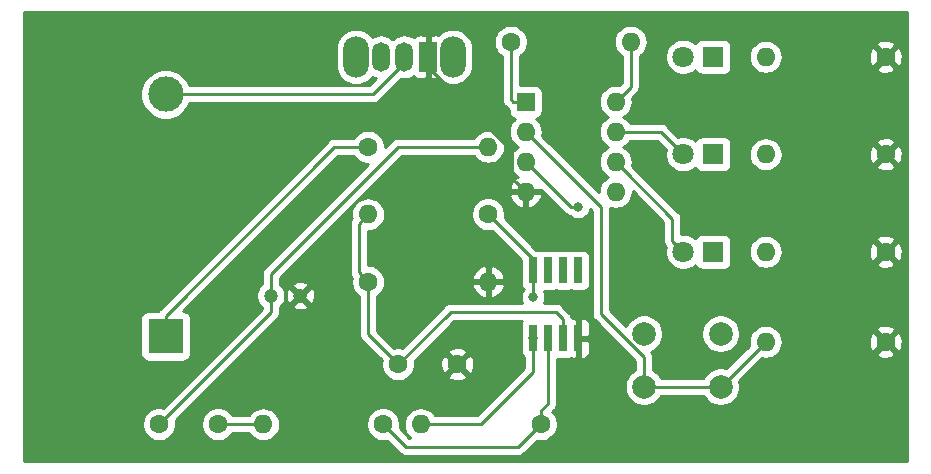
<source format=gbr>
G04 #@! TF.GenerationSoftware,KiCad,Pcbnew,(5.1.4)-1*
G04 #@! TF.CreationDate,2019-11-04T14:48:40+01:00*
G04 #@! TF.ProjectId,Soundsensor Digital,536f756e-6473-4656-9e73-6f7220446967,rev?*
G04 #@! TF.SameCoordinates,Original*
G04 #@! TF.FileFunction,Copper,L1,Top*
G04 #@! TF.FilePolarity,Positive*
%FSLAX46Y46*%
G04 Gerber Fmt 4.6, Leading zero omitted, Abs format (unit mm)*
G04 Created by KiCad (PCBNEW (5.1.4)-1) date 2019-11-04 14:48:40*
%MOMM*%
%LPD*%
G04 APERTURE LIST*
%ADD10C,1.600000*%
%ADD11O,1.600000X1.600000*%
%ADD12C,3.000000*%
%ADD13R,3.000000X3.000000*%
%ADD14R,1.800000X1.800000*%
%ADD15C,1.800000*%
%ADD16R,1.500000X2.500000*%
%ADD17O,1.500000X2.500000*%
%ADD18O,2.200000X3.500000*%
%ADD19C,2.000000*%
%ADD20R,1.600000X1.600000*%
%ADD21R,0.797560X2.199640*%
%ADD22C,1.200000*%
%ADD23C,0.800000*%
%ADD24C,0.250000*%
%ADD25C,0.254000*%
G04 APERTURE END LIST*
D10*
X182245000Y-113030000D03*
D11*
X172085000Y-113030000D03*
D12*
X154940000Y-102870000D03*
D13*
X154940000Y-123360000D03*
D14*
X201295000Y-99695000D03*
D15*
X198755000Y-99695000D03*
X198755000Y-116205000D03*
D14*
X201295000Y-116205000D03*
X201295000Y-107950000D03*
D15*
X198755000Y-107950000D03*
D10*
X215900000Y-99695000D03*
D11*
X205740000Y-99695000D03*
X205740000Y-116205000D03*
D10*
X215900000Y-116205000D03*
X215900000Y-107950000D03*
D11*
X205740000Y-107950000D03*
X205740000Y-123825000D03*
D10*
X215900000Y-123825000D03*
D11*
X194310000Y-98425000D03*
D10*
X184150000Y-98425000D03*
X186690000Y-130810000D03*
D11*
X176530000Y-130810000D03*
D10*
X173355000Y-130810000D03*
D11*
X163195000Y-130810000D03*
X182245000Y-107315000D03*
D10*
X172085000Y-107315000D03*
D11*
X182245000Y-118745000D03*
D10*
X172085000Y-118745000D03*
D16*
X177165000Y-99695000D03*
D17*
X175165000Y-99695000D03*
X173165000Y-99695000D03*
D18*
X179265000Y-99695000D03*
X171065000Y-99695000D03*
D19*
X201930000Y-123135000D03*
X201930000Y-127635000D03*
X195430000Y-123135000D03*
X195430000Y-127635000D03*
D20*
X185420000Y-103505000D03*
D11*
X193040000Y-111125000D03*
X185420000Y-106045000D03*
X193040000Y-108585000D03*
X185420000Y-108585000D03*
X193040000Y-106045000D03*
X185420000Y-111125000D03*
X193040000Y-103505000D03*
D21*
X186060080Y-123517660D03*
X187330080Y-123517660D03*
X188595000Y-123517660D03*
X189865000Y-123517660D03*
X189865000Y-117782340D03*
X188595000Y-117782340D03*
X187330080Y-117782340D03*
X186060080Y-117782340D03*
D10*
X154385000Y-130810000D03*
X159385000Y-130810000D03*
X174625000Y-125730000D03*
X179625000Y-125730000D03*
D22*
X166350000Y-119920000D03*
X163850000Y-119920000D03*
D23*
X186060080Y-123517660D03*
X189865000Y-112395000D03*
X189865000Y-125730000D03*
X154940000Y-107315000D03*
X154940000Y-112395000D03*
X154940000Y-116840000D03*
X146050000Y-130810000D03*
X146050000Y-99060000D03*
X194310000Y-114300000D03*
X182880000Y-123825000D03*
X167640000Y-123190000D03*
X189230000Y-104140000D03*
X180855001Y-104259999D03*
X210820000Y-99695000D03*
X210820000Y-107950000D03*
X210820000Y-116205000D03*
X210820000Y-123190000D03*
X214630000Y-131445000D03*
X165735000Y-99060000D03*
X177165000Y-115570000D03*
X186055000Y-120015000D03*
D24*
X175165000Y-100195000D02*
X175165000Y-99695000D01*
X172490000Y-102870000D02*
X175165000Y-100195000D01*
X154940000Y-102870000D02*
X172490000Y-102870000D01*
X159385000Y-130810000D02*
X163195000Y-130810000D01*
X163850000Y-121345000D02*
X163850000Y-119920000D01*
X154385000Y-130810000D02*
X163850000Y-121345000D01*
X163850000Y-119920000D02*
X163850000Y-118090000D01*
X174625000Y-107315000D02*
X182245000Y-107315000D01*
X163850000Y-118090000D02*
X174625000Y-107315000D01*
X172085000Y-123190000D02*
X174625000Y-125730000D01*
X172085000Y-118745000D02*
X172085000Y-123190000D01*
X188595000Y-121920000D02*
X188595000Y-123517660D01*
X187960000Y-121285000D02*
X188595000Y-121920000D01*
X174625000Y-125730000D02*
X179070000Y-121285000D01*
X179070000Y-121285000D02*
X187960000Y-121285000D01*
X171285001Y-117945001D02*
X172085000Y-118745000D01*
X171285001Y-113829999D02*
X171285001Y-117945001D01*
X172085000Y-113030000D02*
X171285001Y-113829999D01*
X193839999Y-109384999D02*
X193040000Y-108585000D01*
X197855001Y-113400001D02*
X193839999Y-109384999D01*
X197855001Y-115305001D02*
X197855001Y-113400001D01*
X198755000Y-116205000D02*
X197855001Y-115305001D01*
X196850000Y-106045000D02*
X193040000Y-106045000D01*
X198755000Y-107950000D02*
X196850000Y-106045000D01*
X187330080Y-124867480D02*
X187330080Y-123517660D01*
X187330080Y-129038550D02*
X187330080Y-124867480D01*
X186690000Y-129678630D02*
X187330080Y-129038550D01*
X186690000Y-130810000D02*
X186690000Y-129678630D01*
X185890001Y-131609999D02*
X186690000Y-130810000D01*
X184785000Y-132715000D02*
X185890001Y-131609999D01*
X175260000Y-132715000D02*
X184785000Y-132715000D01*
X173355000Y-130810000D02*
X175260000Y-132715000D01*
X176530000Y-130810000D02*
X181610000Y-130810000D01*
X186060080Y-126359920D02*
X186060080Y-123517660D01*
X181610000Y-130810000D02*
X186060080Y-126359920D01*
X186060080Y-123517660D02*
X186060080Y-123517660D01*
X189230000Y-112395000D02*
X185420000Y-108585000D01*
X189865000Y-112395000D02*
X189230000Y-112395000D01*
X201930000Y-127000000D02*
X201930000Y-127635000D01*
X195430000Y-127635000D02*
X201930000Y-127635000D01*
X191770000Y-112395000D02*
X185420000Y-106045000D01*
X191770000Y-121436002D02*
X191770000Y-112395000D01*
X195430000Y-127635000D02*
X195430000Y-125096002D01*
X195430000Y-125096002D02*
X191770000Y-121436002D01*
X201930000Y-127635000D02*
X205740000Y-123825000D01*
X189865000Y-125730000D02*
X189865000Y-123517660D01*
X184620001Y-110325001D02*
X185420000Y-111125000D01*
X184294999Y-109999999D02*
X184620001Y-110325001D01*
X184294999Y-107699997D02*
X184294999Y-109999999D01*
X177165000Y-100569998D02*
X180855001Y-104259999D01*
X177165000Y-99695000D02*
X177165000Y-100569998D01*
X180855001Y-104259999D02*
X184294999Y-107699997D01*
X184370000Y-103505000D02*
X185420000Y-103505000D01*
X184150000Y-103285000D02*
X184370000Y-103505000D01*
X184150000Y-98425000D02*
X184150000Y-103285000D01*
X186055000Y-117787420D02*
X186060080Y-117782340D01*
X186055000Y-120015000D02*
X186055000Y-117787420D01*
X194310000Y-102235000D02*
X193040000Y-103505000D01*
X194310000Y-98425000D02*
X194310000Y-102235000D01*
X170953630Y-107315000D02*
X172085000Y-107315000D01*
X169235000Y-107315000D02*
X170953630Y-107315000D01*
X154940000Y-121610000D02*
X169235000Y-107315000D01*
X154940000Y-123360000D02*
X154940000Y-121610000D01*
X186060080Y-116845080D02*
X186060080Y-117782340D01*
X182245000Y-113030000D02*
X186060080Y-116845080D01*
D25*
G36*
X217755001Y-133935000D02*
G01*
X142925000Y-133935000D01*
X142925000Y-121860000D01*
X152801928Y-121860000D01*
X152801928Y-124860000D01*
X152814188Y-124984482D01*
X152850498Y-125104180D01*
X152909463Y-125214494D01*
X152988815Y-125311185D01*
X153085506Y-125390537D01*
X153195820Y-125449502D01*
X153315518Y-125485812D01*
X153440000Y-125498072D01*
X156440000Y-125498072D01*
X156564482Y-125485812D01*
X156684180Y-125449502D01*
X156794494Y-125390537D01*
X156891185Y-125311185D01*
X156970537Y-125214494D01*
X157029502Y-125104180D01*
X157065812Y-124984482D01*
X157078072Y-124860000D01*
X157078072Y-121860000D01*
X157065812Y-121735518D01*
X157029502Y-121615820D01*
X156970537Y-121505506D01*
X156891185Y-121408815D01*
X156794494Y-121329463D01*
X156684180Y-121270498D01*
X156564482Y-121234188D01*
X156440000Y-121221928D01*
X156402873Y-121221928D01*
X169549802Y-108075000D01*
X170866957Y-108075000D01*
X170970363Y-108229759D01*
X171170241Y-108429637D01*
X171405273Y-108586680D01*
X171666426Y-108694853D01*
X171943665Y-108750000D01*
X172115198Y-108750000D01*
X163338998Y-117526201D01*
X163310000Y-117549999D01*
X163286202Y-117578997D01*
X163286201Y-117578998D01*
X163215026Y-117665724D01*
X163144454Y-117797754D01*
X163100998Y-117941015D01*
X163086324Y-118090000D01*
X163090001Y-118127332D01*
X163090001Y-118942493D01*
X163062733Y-118960713D01*
X162890713Y-119132733D01*
X162755557Y-119335008D01*
X162662460Y-119559764D01*
X162615000Y-119798363D01*
X162615000Y-120041637D01*
X162662460Y-120280236D01*
X162755557Y-120504992D01*
X162890713Y-120707267D01*
X163062733Y-120879287D01*
X163090000Y-120897506D01*
X163090000Y-121030198D01*
X154708887Y-129411312D01*
X154526335Y-129375000D01*
X154243665Y-129375000D01*
X153966426Y-129430147D01*
X153705273Y-129538320D01*
X153470241Y-129695363D01*
X153270363Y-129895241D01*
X153113320Y-130130273D01*
X153005147Y-130391426D01*
X152950000Y-130668665D01*
X152950000Y-130951335D01*
X153005147Y-131228574D01*
X153113320Y-131489727D01*
X153270363Y-131724759D01*
X153470241Y-131924637D01*
X153705273Y-132081680D01*
X153966426Y-132189853D01*
X154243665Y-132245000D01*
X154526335Y-132245000D01*
X154803574Y-132189853D01*
X155064727Y-132081680D01*
X155299759Y-131924637D01*
X155499637Y-131724759D01*
X155656680Y-131489727D01*
X155764853Y-131228574D01*
X155820000Y-130951335D01*
X155820000Y-130668665D01*
X157950000Y-130668665D01*
X157950000Y-130951335D01*
X158005147Y-131228574D01*
X158113320Y-131489727D01*
X158270363Y-131724759D01*
X158470241Y-131924637D01*
X158705273Y-132081680D01*
X158966426Y-132189853D01*
X159243665Y-132245000D01*
X159526335Y-132245000D01*
X159803574Y-132189853D01*
X160064727Y-132081680D01*
X160299759Y-131924637D01*
X160499637Y-131724759D01*
X160603043Y-131570000D01*
X161974099Y-131570000D01*
X161996068Y-131611101D01*
X162175392Y-131829608D01*
X162393899Y-132008932D01*
X162643192Y-132142182D01*
X162913691Y-132224236D01*
X163124508Y-132245000D01*
X163265492Y-132245000D01*
X163476309Y-132224236D01*
X163746808Y-132142182D01*
X163996101Y-132008932D01*
X164214608Y-131829608D01*
X164393932Y-131611101D01*
X164527182Y-131361808D01*
X164609236Y-131091309D01*
X164636943Y-130810000D01*
X164609236Y-130528691D01*
X164527182Y-130258192D01*
X164393932Y-130008899D01*
X164214608Y-129790392D01*
X163996101Y-129611068D01*
X163746808Y-129477818D01*
X163476309Y-129395764D01*
X163265492Y-129375000D01*
X163124508Y-129375000D01*
X162913691Y-129395764D01*
X162643192Y-129477818D01*
X162393899Y-129611068D01*
X162175392Y-129790392D01*
X161996068Y-130008899D01*
X161974099Y-130050000D01*
X160603043Y-130050000D01*
X160499637Y-129895241D01*
X160299759Y-129695363D01*
X160064727Y-129538320D01*
X159803574Y-129430147D01*
X159526335Y-129375000D01*
X159243665Y-129375000D01*
X158966426Y-129430147D01*
X158705273Y-129538320D01*
X158470241Y-129695363D01*
X158270363Y-129895241D01*
X158113320Y-130130273D01*
X158005147Y-130391426D01*
X157950000Y-130668665D01*
X155820000Y-130668665D01*
X155783688Y-130486113D01*
X164361004Y-121908798D01*
X164390001Y-121885001D01*
X164484974Y-121769276D01*
X164555546Y-121637247D01*
X164599003Y-121493986D01*
X164610000Y-121382333D01*
X164610000Y-121382324D01*
X164613676Y-121345001D01*
X164610000Y-121307678D01*
X164610000Y-120897506D01*
X164637267Y-120879287D01*
X164746790Y-120769764D01*
X165679841Y-120769764D01*
X165727148Y-120993348D01*
X165948516Y-121094237D01*
X166185313Y-121150000D01*
X166428438Y-121158495D01*
X166668549Y-121119395D01*
X166896418Y-121034202D01*
X166972852Y-120993348D01*
X167020159Y-120769764D01*
X166350000Y-120099605D01*
X165679841Y-120769764D01*
X164746790Y-120769764D01*
X164809287Y-120707267D01*
X164944443Y-120504992D01*
X165037540Y-120280236D01*
X165085000Y-120041637D01*
X165085000Y-119998438D01*
X165111505Y-119998438D01*
X165150605Y-120238549D01*
X165235798Y-120466418D01*
X165276652Y-120542852D01*
X165500236Y-120590159D01*
X166170395Y-119920000D01*
X166529605Y-119920000D01*
X167199764Y-120590159D01*
X167423348Y-120542852D01*
X167524237Y-120321484D01*
X167580000Y-120084687D01*
X167588495Y-119841562D01*
X167549395Y-119601451D01*
X167464202Y-119373582D01*
X167423348Y-119297148D01*
X167199764Y-119249841D01*
X166529605Y-119920000D01*
X166170395Y-119920000D01*
X165500236Y-119249841D01*
X165276652Y-119297148D01*
X165175763Y-119518516D01*
X165120000Y-119755313D01*
X165111505Y-119998438D01*
X165085000Y-119998438D01*
X165085000Y-119798363D01*
X165037540Y-119559764D01*
X164944443Y-119335008D01*
X164809287Y-119132733D01*
X164746790Y-119070236D01*
X165679841Y-119070236D01*
X166350000Y-119740395D01*
X167020159Y-119070236D01*
X166972852Y-118846652D01*
X166751484Y-118745763D01*
X166514687Y-118690000D01*
X166271562Y-118681505D01*
X166031451Y-118720605D01*
X165803582Y-118805798D01*
X165727148Y-118846652D01*
X165679841Y-119070236D01*
X164746790Y-119070236D01*
X164637267Y-118960713D01*
X164610000Y-118942494D01*
X164610000Y-118404801D01*
X169184802Y-113829999D01*
X170521325Y-113829999D01*
X170525001Y-113867322D01*
X170525002Y-117907669D01*
X170521325Y-117945001D01*
X170525002Y-117982334D01*
X170534589Y-118079666D01*
X170535999Y-118093986D01*
X170579455Y-118237247D01*
X170650027Y-118369277D01*
X170687533Y-118414977D01*
X170650000Y-118603665D01*
X170650000Y-118886335D01*
X170705147Y-119163574D01*
X170813320Y-119424727D01*
X170970363Y-119659759D01*
X171170241Y-119859637D01*
X171325000Y-119963044D01*
X171325001Y-123152668D01*
X171321324Y-123190000D01*
X171325001Y-123227333D01*
X171331768Y-123296033D01*
X171335998Y-123338985D01*
X171379454Y-123482246D01*
X171450026Y-123614276D01*
X171500694Y-123676014D01*
X171545000Y-123730001D01*
X171573998Y-123753799D01*
X173226312Y-125406114D01*
X173190000Y-125588665D01*
X173190000Y-125871335D01*
X173245147Y-126148574D01*
X173353320Y-126409727D01*
X173510363Y-126644759D01*
X173710241Y-126844637D01*
X173945273Y-127001680D01*
X174206426Y-127109853D01*
X174483665Y-127165000D01*
X174766335Y-127165000D01*
X175043574Y-127109853D01*
X175304727Y-127001680D01*
X175539759Y-126844637D01*
X175661694Y-126722702D01*
X178811903Y-126722702D01*
X178883486Y-126966671D01*
X179138996Y-127087571D01*
X179413184Y-127156300D01*
X179695512Y-127170217D01*
X179975130Y-127128787D01*
X180241292Y-127033603D01*
X180366514Y-126966671D01*
X180438097Y-126722702D01*
X179625000Y-125909605D01*
X178811903Y-126722702D01*
X175661694Y-126722702D01*
X175739637Y-126644759D01*
X175896680Y-126409727D01*
X176004853Y-126148574D01*
X176060000Y-125871335D01*
X176060000Y-125800512D01*
X178184783Y-125800512D01*
X178226213Y-126080130D01*
X178321397Y-126346292D01*
X178388329Y-126471514D01*
X178632298Y-126543097D01*
X179445395Y-125730000D01*
X179804605Y-125730000D01*
X180617702Y-126543097D01*
X180861671Y-126471514D01*
X180982571Y-126216004D01*
X181051300Y-125941816D01*
X181065217Y-125659488D01*
X181023787Y-125379870D01*
X180928603Y-125113708D01*
X180861671Y-124988486D01*
X180617702Y-124916903D01*
X179804605Y-125730000D01*
X179445395Y-125730000D01*
X178632298Y-124916903D01*
X178388329Y-124988486D01*
X178267429Y-125243996D01*
X178198700Y-125518184D01*
X178184783Y-125800512D01*
X176060000Y-125800512D01*
X176060000Y-125588665D01*
X176023688Y-125406113D01*
X176692503Y-124737298D01*
X178811903Y-124737298D01*
X179625000Y-125550395D01*
X180438097Y-124737298D01*
X180366514Y-124493329D01*
X180111004Y-124372429D01*
X179836816Y-124303700D01*
X179554488Y-124289783D01*
X179274870Y-124331213D01*
X179008708Y-124426397D01*
X178883486Y-124493329D01*
X178811903Y-124737298D01*
X176692503Y-124737298D01*
X179384802Y-122045000D01*
X185145819Y-122045000D01*
X185130763Y-122063346D01*
X185071798Y-122173660D01*
X185035488Y-122293358D01*
X185023228Y-122417840D01*
X185023228Y-124617480D01*
X185035488Y-124741962D01*
X185071798Y-124861660D01*
X185130763Y-124971974D01*
X185210115Y-125068665D01*
X185300080Y-125142497D01*
X185300080Y-126045117D01*
X181295199Y-130050000D01*
X177750901Y-130050000D01*
X177728932Y-130008899D01*
X177549608Y-129790392D01*
X177331101Y-129611068D01*
X177081808Y-129477818D01*
X176811309Y-129395764D01*
X176600492Y-129375000D01*
X176459508Y-129375000D01*
X176248691Y-129395764D01*
X175978192Y-129477818D01*
X175728899Y-129611068D01*
X175510392Y-129790392D01*
X175331068Y-130008899D01*
X175197818Y-130258192D01*
X175115764Y-130528691D01*
X175088057Y-130810000D01*
X175115764Y-131091309D01*
X175197818Y-131361808D01*
X175331068Y-131611101D01*
X175510392Y-131829608D01*
X175663183Y-131955000D01*
X175574802Y-131955000D01*
X174753688Y-131133886D01*
X174790000Y-130951335D01*
X174790000Y-130668665D01*
X174734853Y-130391426D01*
X174626680Y-130130273D01*
X174469637Y-129895241D01*
X174269759Y-129695363D01*
X174034727Y-129538320D01*
X173773574Y-129430147D01*
X173496335Y-129375000D01*
X173213665Y-129375000D01*
X172936426Y-129430147D01*
X172675273Y-129538320D01*
X172440241Y-129695363D01*
X172240363Y-129895241D01*
X172083320Y-130130273D01*
X171975147Y-130391426D01*
X171920000Y-130668665D01*
X171920000Y-130951335D01*
X171975147Y-131228574D01*
X172083320Y-131489727D01*
X172240363Y-131724759D01*
X172440241Y-131924637D01*
X172675273Y-132081680D01*
X172936426Y-132189853D01*
X173213665Y-132245000D01*
X173496335Y-132245000D01*
X173678886Y-132208688D01*
X174696201Y-133226003D01*
X174719999Y-133255001D01*
X174835724Y-133349974D01*
X174967753Y-133420546D01*
X175111014Y-133464003D01*
X175222667Y-133475000D01*
X175222677Y-133475000D01*
X175260000Y-133478676D01*
X175297323Y-133475000D01*
X184747678Y-133475000D01*
X184785000Y-133478676D01*
X184822322Y-133475000D01*
X184822333Y-133475000D01*
X184933986Y-133464003D01*
X185077247Y-133420546D01*
X185209276Y-133349974D01*
X185325001Y-133255001D01*
X185348803Y-133225998D01*
X186366115Y-132208688D01*
X186548665Y-132245000D01*
X186831335Y-132245000D01*
X187108574Y-132189853D01*
X187369727Y-132081680D01*
X187604759Y-131924637D01*
X187804637Y-131724759D01*
X187961680Y-131489727D01*
X188069853Y-131228574D01*
X188125000Y-130951335D01*
X188125000Y-130668665D01*
X188069853Y-130391426D01*
X187961680Y-130130273D01*
X187804637Y-129895241D01*
X187676414Y-129767018D01*
X187841084Y-129602348D01*
X187870081Y-129578551D01*
X187965054Y-129462826D01*
X188035626Y-129330797D01*
X188079083Y-129187536D01*
X188090080Y-129075883D01*
X188090080Y-129075873D01*
X188093756Y-129038550D01*
X188090080Y-129001227D01*
X188090080Y-125245098D01*
X188196220Y-125255552D01*
X188993780Y-125255552D01*
X189118262Y-125243292D01*
X189230000Y-125209397D01*
X189341738Y-125243292D01*
X189466220Y-125255552D01*
X189579250Y-125252480D01*
X189738000Y-125093730D01*
X189738000Y-123644660D01*
X189992000Y-123644660D01*
X189992000Y-125093730D01*
X190150750Y-125252480D01*
X190263780Y-125255552D01*
X190388262Y-125243292D01*
X190507960Y-125206982D01*
X190618274Y-125148017D01*
X190714965Y-125068665D01*
X190794317Y-124971974D01*
X190853282Y-124861660D01*
X190889592Y-124741962D01*
X190901852Y-124617480D01*
X190898780Y-123803410D01*
X190740030Y-123644660D01*
X189992000Y-123644660D01*
X189738000Y-123644660D01*
X189718000Y-123644660D01*
X189718000Y-123390660D01*
X189738000Y-123390660D01*
X189738000Y-121941590D01*
X189992000Y-121941590D01*
X189992000Y-123390660D01*
X190740030Y-123390660D01*
X190898780Y-123231910D01*
X190901852Y-122417840D01*
X190889592Y-122293358D01*
X190853282Y-122173660D01*
X190794317Y-122063346D01*
X190714965Y-121966655D01*
X190618274Y-121887303D01*
X190507960Y-121828338D01*
X190388262Y-121792028D01*
X190263780Y-121779768D01*
X190150750Y-121782840D01*
X189992000Y-121941590D01*
X189738000Y-121941590D01*
X189579250Y-121782840D01*
X189466220Y-121779768D01*
X189346031Y-121791605D01*
X189344003Y-121771014D01*
X189300546Y-121627753D01*
X189229974Y-121495724D01*
X189158799Y-121408997D01*
X189135001Y-121379999D01*
X189106004Y-121356202D01*
X188523803Y-120774002D01*
X188500001Y-120744999D01*
X188384276Y-120650026D01*
X188252247Y-120579454D01*
X188108986Y-120535997D01*
X187997333Y-120525000D01*
X187997322Y-120525000D01*
X187960000Y-120521324D01*
X187922678Y-120525000D01*
X186959013Y-120525000D01*
X186972205Y-120505256D01*
X187050226Y-120316898D01*
X187090000Y-120116939D01*
X187090000Y-119913061D01*
X187050226Y-119713102D01*
X186972205Y-119524744D01*
X186969190Y-119520232D01*
X187728860Y-119520232D01*
X187853342Y-119507972D01*
X187962540Y-119474847D01*
X188071738Y-119507972D01*
X188196220Y-119520232D01*
X188993780Y-119520232D01*
X189118262Y-119507972D01*
X189230000Y-119474077D01*
X189341738Y-119507972D01*
X189466220Y-119520232D01*
X190263780Y-119520232D01*
X190388262Y-119507972D01*
X190507960Y-119471662D01*
X190618274Y-119412697D01*
X190714965Y-119333345D01*
X190794317Y-119236654D01*
X190853282Y-119126340D01*
X190889592Y-119006642D01*
X190901852Y-118882160D01*
X190901852Y-116682520D01*
X190889592Y-116558038D01*
X190853282Y-116438340D01*
X190794317Y-116328026D01*
X190714965Y-116231335D01*
X190618274Y-116151983D01*
X190507960Y-116093018D01*
X190388262Y-116056708D01*
X190263780Y-116044448D01*
X189466220Y-116044448D01*
X189341738Y-116056708D01*
X189230000Y-116090603D01*
X189118262Y-116056708D01*
X188993780Y-116044448D01*
X188196220Y-116044448D01*
X188071738Y-116056708D01*
X187962540Y-116089833D01*
X187853342Y-116056708D01*
X187728860Y-116044448D01*
X186931300Y-116044448D01*
X186806818Y-116056708D01*
X186695080Y-116090603D01*
X186583342Y-116056708D01*
X186458860Y-116044448D01*
X186334250Y-116044448D01*
X183643688Y-113353887D01*
X183680000Y-113171335D01*
X183680000Y-112888665D01*
X183624853Y-112611426D01*
X183516680Y-112350273D01*
X183359637Y-112115241D01*
X183159759Y-111915363D01*
X182924727Y-111758320D01*
X182663574Y-111650147D01*
X182386335Y-111595000D01*
X182103665Y-111595000D01*
X181826426Y-111650147D01*
X181565273Y-111758320D01*
X181330241Y-111915363D01*
X181130363Y-112115241D01*
X180973320Y-112350273D01*
X180865147Y-112611426D01*
X180810000Y-112888665D01*
X180810000Y-113171335D01*
X180865147Y-113448574D01*
X180973320Y-113709727D01*
X181130363Y-113944759D01*
X181330241Y-114144637D01*
X181565273Y-114301680D01*
X181826426Y-114409853D01*
X182103665Y-114465000D01*
X182386335Y-114465000D01*
X182568887Y-114428688D01*
X185023228Y-116883030D01*
X185023228Y-118882160D01*
X185035488Y-119006642D01*
X185071798Y-119126340D01*
X185130763Y-119236654D01*
X185210115Y-119333345D01*
X185246004Y-119362798D01*
X185137795Y-119524744D01*
X185059774Y-119713102D01*
X185020000Y-119913061D01*
X185020000Y-120116939D01*
X185059774Y-120316898D01*
X185137795Y-120505256D01*
X185150987Y-120525000D01*
X179107322Y-120525000D01*
X179069999Y-120521324D01*
X179032676Y-120525000D01*
X179032667Y-120525000D01*
X178921014Y-120535997D01*
X178777753Y-120579454D01*
X178645724Y-120650026D01*
X178529999Y-120744999D01*
X178506201Y-120773997D01*
X174948887Y-124331312D01*
X174766335Y-124295000D01*
X174483665Y-124295000D01*
X174301114Y-124331312D01*
X172845000Y-122875199D01*
X172845000Y-119963043D01*
X172999759Y-119859637D01*
X173199637Y-119659759D01*
X173356680Y-119424727D01*
X173464853Y-119163574D01*
X173478684Y-119094039D01*
X180853096Y-119094039D01*
X180893754Y-119228087D01*
X181013963Y-119482420D01*
X181181481Y-119708414D01*
X181389869Y-119897385D01*
X181631119Y-120042070D01*
X181895960Y-120136909D01*
X182118000Y-120015624D01*
X182118000Y-118872000D01*
X182372000Y-118872000D01*
X182372000Y-120015624D01*
X182594040Y-120136909D01*
X182858881Y-120042070D01*
X183100131Y-119897385D01*
X183308519Y-119708414D01*
X183476037Y-119482420D01*
X183596246Y-119228087D01*
X183636904Y-119094039D01*
X183514915Y-118872000D01*
X182372000Y-118872000D01*
X182118000Y-118872000D01*
X180975085Y-118872000D01*
X180853096Y-119094039D01*
X173478684Y-119094039D01*
X173520000Y-118886335D01*
X173520000Y-118603665D01*
X173478685Y-118395961D01*
X180853096Y-118395961D01*
X180975085Y-118618000D01*
X182118000Y-118618000D01*
X182118000Y-117474376D01*
X182372000Y-117474376D01*
X182372000Y-118618000D01*
X183514915Y-118618000D01*
X183636904Y-118395961D01*
X183596246Y-118261913D01*
X183476037Y-118007580D01*
X183308519Y-117781586D01*
X183100131Y-117592615D01*
X182858881Y-117447930D01*
X182594040Y-117353091D01*
X182372000Y-117474376D01*
X182118000Y-117474376D01*
X181895960Y-117353091D01*
X181631119Y-117447930D01*
X181389869Y-117592615D01*
X181181481Y-117781586D01*
X181013963Y-118007580D01*
X180893754Y-118261913D01*
X180853096Y-118395961D01*
X173478685Y-118395961D01*
X173464853Y-118326426D01*
X173356680Y-118065273D01*
X173199637Y-117830241D01*
X172999759Y-117630363D01*
X172764727Y-117473320D01*
X172503574Y-117365147D01*
X172226335Y-117310000D01*
X172045001Y-117310000D01*
X172045001Y-114465000D01*
X172155492Y-114465000D01*
X172366309Y-114444236D01*
X172636808Y-114362182D01*
X172886101Y-114228932D01*
X173104608Y-114049608D01*
X173283932Y-113831101D01*
X173417182Y-113581808D01*
X173499236Y-113311309D01*
X173526943Y-113030000D01*
X173499236Y-112748691D01*
X173417182Y-112478192D01*
X173283932Y-112228899D01*
X173104608Y-112010392D01*
X172886101Y-111831068D01*
X172636808Y-111697818D01*
X172366309Y-111615764D01*
X172155492Y-111595000D01*
X172014508Y-111595000D01*
X171803691Y-111615764D01*
X171533192Y-111697818D01*
X171283899Y-111831068D01*
X171065392Y-112010392D01*
X170886068Y-112228899D01*
X170752818Y-112478192D01*
X170670764Y-112748691D01*
X170643057Y-113030000D01*
X170670764Y-113311309D01*
X170686078Y-113361795D01*
X170650027Y-113405723D01*
X170579456Y-113537752D01*
X170579455Y-113537753D01*
X170535998Y-113681014D01*
X170525001Y-113792667D01*
X170525001Y-113792677D01*
X170521325Y-113829999D01*
X169184802Y-113829999D01*
X171540762Y-111474039D01*
X184028096Y-111474039D01*
X184068754Y-111608087D01*
X184188963Y-111862420D01*
X184356481Y-112088414D01*
X184564869Y-112277385D01*
X184806119Y-112422070D01*
X185070960Y-112516909D01*
X185293000Y-112395624D01*
X185293000Y-111252000D01*
X185547000Y-111252000D01*
X185547000Y-112395624D01*
X185769040Y-112516909D01*
X186033881Y-112422070D01*
X186275131Y-112277385D01*
X186483519Y-112088414D01*
X186651037Y-111862420D01*
X186771246Y-111608087D01*
X186811904Y-111474039D01*
X186689915Y-111252000D01*
X185547000Y-111252000D01*
X185293000Y-111252000D01*
X184150085Y-111252000D01*
X184028096Y-111474039D01*
X171540762Y-111474039D01*
X174939802Y-108075000D01*
X181024099Y-108075000D01*
X181046068Y-108116101D01*
X181225392Y-108334608D01*
X181443899Y-108513932D01*
X181693192Y-108647182D01*
X181963691Y-108729236D01*
X182174508Y-108750000D01*
X182315492Y-108750000D01*
X182526309Y-108729236D01*
X182796808Y-108647182D01*
X183046101Y-108513932D01*
X183264608Y-108334608D01*
X183443932Y-108116101D01*
X183577182Y-107866808D01*
X183659236Y-107596309D01*
X183686943Y-107315000D01*
X183659236Y-107033691D01*
X183577182Y-106763192D01*
X183443932Y-106513899D01*
X183264608Y-106295392D01*
X183046101Y-106116068D01*
X182796808Y-105982818D01*
X182526309Y-105900764D01*
X182315492Y-105880000D01*
X182174508Y-105880000D01*
X181963691Y-105900764D01*
X181693192Y-105982818D01*
X181443899Y-106116068D01*
X181225392Y-106295392D01*
X181046068Y-106513899D01*
X181024099Y-106555000D01*
X174662322Y-106555000D01*
X174624999Y-106551324D01*
X174587676Y-106555000D01*
X174587667Y-106555000D01*
X174476014Y-106565997D01*
X174367826Y-106598815D01*
X174332753Y-106609454D01*
X174200723Y-106680026D01*
X174160144Y-106713329D01*
X174084999Y-106774999D01*
X174061201Y-106803997D01*
X173520000Y-107345198D01*
X173520000Y-107173665D01*
X173464853Y-106896426D01*
X173356680Y-106635273D01*
X173199637Y-106400241D01*
X172999759Y-106200363D01*
X172764727Y-106043320D01*
X172503574Y-105935147D01*
X172226335Y-105880000D01*
X171943665Y-105880000D01*
X171666426Y-105935147D01*
X171405273Y-106043320D01*
X171170241Y-106200363D01*
X170970363Y-106400241D01*
X170866957Y-106555000D01*
X169272323Y-106555000D01*
X169235000Y-106551324D01*
X169197677Y-106555000D01*
X169197667Y-106555000D01*
X169086014Y-106565997D01*
X168977826Y-106598815D01*
X168942753Y-106609454D01*
X168810723Y-106680026D01*
X168770144Y-106713329D01*
X168694999Y-106774999D01*
X168671201Y-106803997D01*
X154428998Y-121046201D01*
X154400000Y-121069999D01*
X154376202Y-121098997D01*
X154376201Y-121098998D01*
X154305026Y-121185724D01*
X154285674Y-121221928D01*
X153440000Y-121221928D01*
X153315518Y-121234188D01*
X153195820Y-121270498D01*
X153085506Y-121329463D01*
X152988815Y-121408815D01*
X152909463Y-121505506D01*
X152850498Y-121615820D01*
X152814188Y-121735518D01*
X152801928Y-121860000D01*
X142925000Y-121860000D01*
X142925000Y-102659721D01*
X152805000Y-102659721D01*
X152805000Y-103080279D01*
X152887047Y-103492756D01*
X153047988Y-103881302D01*
X153281637Y-104230983D01*
X153579017Y-104528363D01*
X153928698Y-104762012D01*
X154317244Y-104922953D01*
X154729721Y-105005000D01*
X155150279Y-105005000D01*
X155562756Y-104922953D01*
X155951302Y-104762012D01*
X156300983Y-104528363D01*
X156598363Y-104230983D01*
X156832012Y-103881302D01*
X156936105Y-103630000D01*
X172452678Y-103630000D01*
X172490000Y-103633676D01*
X172527322Y-103630000D01*
X172527333Y-103630000D01*
X172638986Y-103619003D01*
X172782247Y-103575546D01*
X172914276Y-103504974D01*
X173030001Y-103410001D01*
X173053804Y-103380997D01*
X174879183Y-101555619D01*
X174893493Y-101559960D01*
X175165000Y-101586701D01*
X175436506Y-101559960D01*
X175697580Y-101480764D01*
X175930885Y-101356060D01*
X175963815Y-101396185D01*
X176060506Y-101475537D01*
X176170820Y-101534502D01*
X176290518Y-101570812D01*
X176415000Y-101583072D01*
X176879250Y-101580000D01*
X177038000Y-101421250D01*
X177038000Y-99822000D01*
X177018000Y-99822000D01*
X177018000Y-99568000D01*
X177038000Y-99568000D01*
X177038000Y-97968750D01*
X177292000Y-97968750D01*
X177292000Y-99568000D01*
X177312000Y-99568000D01*
X177312000Y-99822000D01*
X177292000Y-99822000D01*
X177292000Y-101421250D01*
X177450750Y-101580000D01*
X177915000Y-101583072D01*
X178027496Y-101571992D01*
X178032234Y-101577766D01*
X178296422Y-101794579D01*
X178597832Y-101955686D01*
X178924881Y-102054895D01*
X179265000Y-102088394D01*
X179605118Y-102054895D01*
X179932167Y-101955686D01*
X180233577Y-101794579D01*
X180497766Y-101577766D01*
X180714579Y-101313578D01*
X180875686Y-101012168D01*
X180974895Y-100685119D01*
X181000000Y-100430225D01*
X181000000Y-98959775D01*
X180974895Y-98704881D01*
X180875686Y-98377832D01*
X180825353Y-98283665D01*
X182715000Y-98283665D01*
X182715000Y-98566335D01*
X182770147Y-98843574D01*
X182878320Y-99104727D01*
X183035363Y-99339759D01*
X183235241Y-99539637D01*
X183390000Y-99643044D01*
X183390001Y-103247668D01*
X183386324Y-103285000D01*
X183400998Y-103433985D01*
X183444454Y-103577246D01*
X183515026Y-103709276D01*
X183578246Y-103786309D01*
X183610000Y-103825001D01*
X183638998Y-103848799D01*
X183806196Y-104015997D01*
X183829999Y-104045001D01*
X183945724Y-104139974D01*
X183981928Y-104159326D01*
X183981928Y-104305000D01*
X183994188Y-104429482D01*
X184030498Y-104549180D01*
X184089463Y-104659494D01*
X184168815Y-104756185D01*
X184265506Y-104835537D01*
X184375820Y-104894502D01*
X184495518Y-104930812D01*
X184513482Y-104932581D01*
X184400392Y-105025392D01*
X184221068Y-105243899D01*
X184087818Y-105493192D01*
X184005764Y-105763691D01*
X183978057Y-106045000D01*
X184005764Y-106326309D01*
X184087818Y-106596808D01*
X184221068Y-106846101D01*
X184400392Y-107064608D01*
X184618899Y-107243932D01*
X184751858Y-107315000D01*
X184618899Y-107386068D01*
X184400392Y-107565392D01*
X184221068Y-107783899D01*
X184087818Y-108033192D01*
X184005764Y-108303691D01*
X183978057Y-108585000D01*
X184005764Y-108866309D01*
X184087818Y-109136808D01*
X184221068Y-109386101D01*
X184400392Y-109604608D01*
X184618899Y-109783932D01*
X184756682Y-109857579D01*
X184564869Y-109972615D01*
X184356481Y-110161586D01*
X184188963Y-110387580D01*
X184068754Y-110641913D01*
X184028096Y-110775961D01*
X184150085Y-110998000D01*
X185293000Y-110998000D01*
X185293000Y-110978000D01*
X185547000Y-110978000D01*
X185547000Y-110998000D01*
X186689915Y-110998000D01*
X186714128Y-110953929D01*
X188666201Y-112906003D01*
X188689999Y-112935001D01*
X188805724Y-113029974D01*
X188937753Y-113100546D01*
X189081014Y-113144003D01*
X189157861Y-113151572D01*
X189205226Y-113198937D01*
X189374744Y-113312205D01*
X189563102Y-113390226D01*
X189763061Y-113430000D01*
X189966939Y-113430000D01*
X190166898Y-113390226D01*
X190355256Y-113312205D01*
X190524774Y-113198937D01*
X190668937Y-113054774D01*
X190782205Y-112885256D01*
X190860226Y-112696898D01*
X190882934Y-112582736D01*
X191010001Y-112709803D01*
X191010000Y-121398680D01*
X191006324Y-121436002D01*
X191010000Y-121473324D01*
X191010000Y-121473334D01*
X191020997Y-121584987D01*
X191058699Y-121709276D01*
X191064454Y-121728248D01*
X191135026Y-121860278D01*
X191155316Y-121885001D01*
X191229999Y-121976003D01*
X191259003Y-121999806D01*
X194670001Y-125410805D01*
X194670001Y-126180091D01*
X194655537Y-126186082D01*
X194387748Y-126365013D01*
X194160013Y-126592748D01*
X193981082Y-126860537D01*
X193857832Y-127158088D01*
X193795000Y-127473967D01*
X193795000Y-127796033D01*
X193857832Y-128111912D01*
X193981082Y-128409463D01*
X194160013Y-128677252D01*
X194387748Y-128904987D01*
X194655537Y-129083918D01*
X194953088Y-129207168D01*
X195268967Y-129270000D01*
X195591033Y-129270000D01*
X195906912Y-129207168D01*
X196204463Y-129083918D01*
X196472252Y-128904987D01*
X196699987Y-128677252D01*
X196878918Y-128409463D01*
X196884909Y-128395000D01*
X200475091Y-128395000D01*
X200481082Y-128409463D01*
X200660013Y-128677252D01*
X200887748Y-128904987D01*
X201155537Y-129083918D01*
X201453088Y-129207168D01*
X201768967Y-129270000D01*
X202091033Y-129270000D01*
X202406912Y-129207168D01*
X202704463Y-129083918D01*
X202972252Y-128904987D01*
X203199987Y-128677252D01*
X203378918Y-128409463D01*
X203502168Y-128111912D01*
X203565000Y-127796033D01*
X203565000Y-127473967D01*
X203502168Y-127158088D01*
X203496177Y-127143624D01*
X205414094Y-125225708D01*
X205458691Y-125239236D01*
X205669508Y-125260000D01*
X205810492Y-125260000D01*
X206021309Y-125239236D01*
X206291808Y-125157182D01*
X206541101Y-125023932D01*
X206759608Y-124844608D01*
X206781689Y-124817702D01*
X215086903Y-124817702D01*
X215158486Y-125061671D01*
X215413996Y-125182571D01*
X215688184Y-125251300D01*
X215970512Y-125265217D01*
X216250130Y-125223787D01*
X216516292Y-125128603D01*
X216641514Y-125061671D01*
X216713097Y-124817702D01*
X215900000Y-124004605D01*
X215086903Y-124817702D01*
X206781689Y-124817702D01*
X206938932Y-124626101D01*
X207072182Y-124376808D01*
X207154236Y-124106309D01*
X207174998Y-123895512D01*
X214459783Y-123895512D01*
X214501213Y-124175130D01*
X214596397Y-124441292D01*
X214663329Y-124566514D01*
X214907298Y-124638097D01*
X215720395Y-123825000D01*
X216079605Y-123825000D01*
X216892702Y-124638097D01*
X217136671Y-124566514D01*
X217257571Y-124311004D01*
X217326300Y-124036816D01*
X217340217Y-123754488D01*
X217298787Y-123474870D01*
X217203603Y-123208708D01*
X217136671Y-123083486D01*
X216892702Y-123011903D01*
X216079605Y-123825000D01*
X215720395Y-123825000D01*
X214907298Y-123011903D01*
X214663329Y-123083486D01*
X214542429Y-123338996D01*
X214473700Y-123613184D01*
X214459783Y-123895512D01*
X207174998Y-123895512D01*
X207181943Y-123825000D01*
X207154236Y-123543691D01*
X207072182Y-123273192D01*
X206938932Y-123023899D01*
X206781690Y-122832298D01*
X215086903Y-122832298D01*
X215900000Y-123645395D01*
X216713097Y-122832298D01*
X216641514Y-122588329D01*
X216386004Y-122467429D01*
X216111816Y-122398700D01*
X215829488Y-122384783D01*
X215549870Y-122426213D01*
X215283708Y-122521397D01*
X215158486Y-122588329D01*
X215086903Y-122832298D01*
X206781690Y-122832298D01*
X206759608Y-122805392D01*
X206541101Y-122626068D01*
X206291808Y-122492818D01*
X206021309Y-122410764D01*
X205810492Y-122390000D01*
X205669508Y-122390000D01*
X205458691Y-122410764D01*
X205188192Y-122492818D01*
X204938899Y-122626068D01*
X204720392Y-122805392D01*
X204541068Y-123023899D01*
X204407818Y-123273192D01*
X204325764Y-123543691D01*
X204298057Y-123825000D01*
X204325764Y-124106309D01*
X204339292Y-124150906D01*
X202421376Y-126068823D01*
X202406912Y-126062832D01*
X202091033Y-126000000D01*
X201768967Y-126000000D01*
X201453088Y-126062832D01*
X201155537Y-126186082D01*
X200887748Y-126365013D01*
X200660013Y-126592748D01*
X200481082Y-126860537D01*
X200475091Y-126875000D01*
X196884909Y-126875000D01*
X196878918Y-126860537D01*
X196699987Y-126592748D01*
X196472252Y-126365013D01*
X196204463Y-126186082D01*
X196190000Y-126180091D01*
X196190000Y-125133327D01*
X196193676Y-125096002D01*
X196190000Y-125058677D01*
X196190000Y-125058669D01*
X196179003Y-124947016D01*
X196135546Y-124803755D01*
X196064974Y-124671726D01*
X196046582Y-124649315D01*
X196204463Y-124583918D01*
X196472252Y-124404987D01*
X196699987Y-124177252D01*
X196878918Y-123909463D01*
X197002168Y-123611912D01*
X197065000Y-123296033D01*
X197065000Y-122973967D01*
X200295000Y-122973967D01*
X200295000Y-123296033D01*
X200357832Y-123611912D01*
X200481082Y-123909463D01*
X200660013Y-124177252D01*
X200887748Y-124404987D01*
X201155537Y-124583918D01*
X201453088Y-124707168D01*
X201768967Y-124770000D01*
X202091033Y-124770000D01*
X202406912Y-124707168D01*
X202704463Y-124583918D01*
X202972252Y-124404987D01*
X203199987Y-124177252D01*
X203378918Y-123909463D01*
X203502168Y-123611912D01*
X203565000Y-123296033D01*
X203565000Y-122973967D01*
X203502168Y-122658088D01*
X203378918Y-122360537D01*
X203199987Y-122092748D01*
X202972252Y-121865013D01*
X202704463Y-121686082D01*
X202406912Y-121562832D01*
X202091033Y-121500000D01*
X201768967Y-121500000D01*
X201453088Y-121562832D01*
X201155537Y-121686082D01*
X200887748Y-121865013D01*
X200660013Y-122092748D01*
X200481082Y-122360537D01*
X200357832Y-122658088D01*
X200295000Y-122973967D01*
X197065000Y-122973967D01*
X197002168Y-122658088D01*
X196878918Y-122360537D01*
X196699987Y-122092748D01*
X196472252Y-121865013D01*
X196204463Y-121686082D01*
X195906912Y-121562832D01*
X195591033Y-121500000D01*
X195268967Y-121500000D01*
X194953088Y-121562832D01*
X194655537Y-121686082D01*
X194387748Y-121865013D01*
X194160013Y-122092748D01*
X193981082Y-122360537D01*
X193919063Y-122510264D01*
X192530000Y-121121201D01*
X192530000Y-112469864D01*
X192758691Y-112539236D01*
X192969508Y-112560000D01*
X193110492Y-112560000D01*
X193321309Y-112539236D01*
X193591808Y-112457182D01*
X193841101Y-112323932D01*
X194059608Y-112144608D01*
X194238932Y-111926101D01*
X194372182Y-111676808D01*
X194454236Y-111406309D01*
X194481943Y-111125000D01*
X194479402Y-111099204D01*
X197095002Y-113714804D01*
X197095001Y-115267678D01*
X197091325Y-115305001D01*
X197095001Y-115342323D01*
X197095001Y-115342333D01*
X197105998Y-115453986D01*
X197113254Y-115477905D01*
X197149455Y-115597247D01*
X197220027Y-115729277D01*
X197242990Y-115757257D01*
X197271966Y-115792564D01*
X197220000Y-116053816D01*
X197220000Y-116356184D01*
X197278989Y-116652743D01*
X197394701Y-116932095D01*
X197562688Y-117183505D01*
X197776495Y-117397312D01*
X198027905Y-117565299D01*
X198307257Y-117681011D01*
X198603816Y-117740000D01*
X198906184Y-117740000D01*
X199202743Y-117681011D01*
X199482095Y-117565299D01*
X199733505Y-117397312D01*
X199799944Y-117330873D01*
X199805498Y-117349180D01*
X199864463Y-117459494D01*
X199943815Y-117556185D01*
X200040506Y-117635537D01*
X200150820Y-117694502D01*
X200270518Y-117730812D01*
X200395000Y-117743072D01*
X202195000Y-117743072D01*
X202319482Y-117730812D01*
X202439180Y-117694502D01*
X202549494Y-117635537D01*
X202646185Y-117556185D01*
X202725537Y-117459494D01*
X202784502Y-117349180D01*
X202820812Y-117229482D01*
X202833072Y-117105000D01*
X202833072Y-116205000D01*
X204298057Y-116205000D01*
X204325764Y-116486309D01*
X204407818Y-116756808D01*
X204541068Y-117006101D01*
X204720392Y-117224608D01*
X204938899Y-117403932D01*
X205188192Y-117537182D01*
X205458691Y-117619236D01*
X205669508Y-117640000D01*
X205810492Y-117640000D01*
X206021309Y-117619236D01*
X206291808Y-117537182D01*
X206541101Y-117403932D01*
X206759608Y-117224608D01*
X206781689Y-117197702D01*
X215086903Y-117197702D01*
X215158486Y-117441671D01*
X215413996Y-117562571D01*
X215688184Y-117631300D01*
X215970512Y-117645217D01*
X216250130Y-117603787D01*
X216516292Y-117508603D01*
X216641514Y-117441671D01*
X216713097Y-117197702D01*
X215900000Y-116384605D01*
X215086903Y-117197702D01*
X206781689Y-117197702D01*
X206938932Y-117006101D01*
X207072182Y-116756808D01*
X207154236Y-116486309D01*
X207174998Y-116275512D01*
X214459783Y-116275512D01*
X214501213Y-116555130D01*
X214596397Y-116821292D01*
X214663329Y-116946514D01*
X214907298Y-117018097D01*
X215720395Y-116205000D01*
X216079605Y-116205000D01*
X216892702Y-117018097D01*
X217136671Y-116946514D01*
X217257571Y-116691004D01*
X217326300Y-116416816D01*
X217340217Y-116134488D01*
X217298787Y-115854870D01*
X217203603Y-115588708D01*
X217136671Y-115463486D01*
X216892702Y-115391903D01*
X216079605Y-116205000D01*
X215720395Y-116205000D01*
X214907298Y-115391903D01*
X214663329Y-115463486D01*
X214542429Y-115718996D01*
X214473700Y-115993184D01*
X214459783Y-116275512D01*
X207174998Y-116275512D01*
X207181943Y-116205000D01*
X207154236Y-115923691D01*
X207072182Y-115653192D01*
X206938932Y-115403899D01*
X206781690Y-115212298D01*
X215086903Y-115212298D01*
X215900000Y-116025395D01*
X216713097Y-115212298D01*
X216641514Y-114968329D01*
X216386004Y-114847429D01*
X216111816Y-114778700D01*
X215829488Y-114764783D01*
X215549870Y-114806213D01*
X215283708Y-114901397D01*
X215158486Y-114968329D01*
X215086903Y-115212298D01*
X206781690Y-115212298D01*
X206759608Y-115185392D01*
X206541101Y-115006068D01*
X206291808Y-114872818D01*
X206021309Y-114790764D01*
X205810492Y-114770000D01*
X205669508Y-114770000D01*
X205458691Y-114790764D01*
X205188192Y-114872818D01*
X204938899Y-115006068D01*
X204720392Y-115185392D01*
X204541068Y-115403899D01*
X204407818Y-115653192D01*
X204325764Y-115923691D01*
X204298057Y-116205000D01*
X202833072Y-116205000D01*
X202833072Y-115305000D01*
X202820812Y-115180518D01*
X202784502Y-115060820D01*
X202725537Y-114950506D01*
X202646185Y-114853815D01*
X202549494Y-114774463D01*
X202439180Y-114715498D01*
X202319482Y-114679188D01*
X202195000Y-114666928D01*
X200395000Y-114666928D01*
X200270518Y-114679188D01*
X200150820Y-114715498D01*
X200040506Y-114774463D01*
X199943815Y-114853815D01*
X199864463Y-114950506D01*
X199805498Y-115060820D01*
X199799944Y-115079127D01*
X199733505Y-115012688D01*
X199482095Y-114844701D01*
X199202743Y-114728989D01*
X198906184Y-114670000D01*
X198615001Y-114670000D01*
X198615001Y-113437323D01*
X198618677Y-113400000D01*
X198615001Y-113362677D01*
X198615001Y-113362668D01*
X198604004Y-113251015D01*
X198560547Y-113107754D01*
X198489975Y-112975725D01*
X198395002Y-112860000D01*
X198366004Y-112836202D01*
X194440708Y-108910907D01*
X194454236Y-108866309D01*
X194481943Y-108585000D01*
X194454236Y-108303691D01*
X194372182Y-108033192D01*
X194238932Y-107783899D01*
X194059608Y-107565392D01*
X193841101Y-107386068D01*
X193708142Y-107315000D01*
X193841101Y-107243932D01*
X194059608Y-107064608D01*
X194238932Y-106846101D01*
X194260901Y-106805000D01*
X196535199Y-106805000D01*
X197271269Y-107541070D01*
X197220000Y-107798816D01*
X197220000Y-108101184D01*
X197278989Y-108397743D01*
X197394701Y-108677095D01*
X197562688Y-108928505D01*
X197776495Y-109142312D01*
X198027905Y-109310299D01*
X198307257Y-109426011D01*
X198603816Y-109485000D01*
X198906184Y-109485000D01*
X199202743Y-109426011D01*
X199482095Y-109310299D01*
X199733505Y-109142312D01*
X199799944Y-109075873D01*
X199805498Y-109094180D01*
X199864463Y-109204494D01*
X199943815Y-109301185D01*
X200040506Y-109380537D01*
X200150820Y-109439502D01*
X200270518Y-109475812D01*
X200395000Y-109488072D01*
X202195000Y-109488072D01*
X202319482Y-109475812D01*
X202439180Y-109439502D01*
X202549494Y-109380537D01*
X202646185Y-109301185D01*
X202725537Y-109204494D01*
X202784502Y-109094180D01*
X202820812Y-108974482D01*
X202833072Y-108850000D01*
X202833072Y-107950000D01*
X204298057Y-107950000D01*
X204325764Y-108231309D01*
X204407818Y-108501808D01*
X204541068Y-108751101D01*
X204720392Y-108969608D01*
X204938899Y-109148932D01*
X205188192Y-109282182D01*
X205458691Y-109364236D01*
X205669508Y-109385000D01*
X205810492Y-109385000D01*
X206021309Y-109364236D01*
X206291808Y-109282182D01*
X206541101Y-109148932D01*
X206759608Y-108969608D01*
X206781689Y-108942702D01*
X215086903Y-108942702D01*
X215158486Y-109186671D01*
X215413996Y-109307571D01*
X215688184Y-109376300D01*
X215970512Y-109390217D01*
X216250130Y-109348787D01*
X216516292Y-109253603D01*
X216641514Y-109186671D01*
X216713097Y-108942702D01*
X215900000Y-108129605D01*
X215086903Y-108942702D01*
X206781689Y-108942702D01*
X206938932Y-108751101D01*
X207072182Y-108501808D01*
X207154236Y-108231309D01*
X207174998Y-108020512D01*
X214459783Y-108020512D01*
X214501213Y-108300130D01*
X214596397Y-108566292D01*
X214663329Y-108691514D01*
X214907298Y-108763097D01*
X215720395Y-107950000D01*
X216079605Y-107950000D01*
X216892702Y-108763097D01*
X217136671Y-108691514D01*
X217257571Y-108436004D01*
X217326300Y-108161816D01*
X217340217Y-107879488D01*
X217298787Y-107599870D01*
X217203603Y-107333708D01*
X217136671Y-107208486D01*
X216892702Y-107136903D01*
X216079605Y-107950000D01*
X215720395Y-107950000D01*
X214907298Y-107136903D01*
X214663329Y-107208486D01*
X214542429Y-107463996D01*
X214473700Y-107738184D01*
X214459783Y-108020512D01*
X207174998Y-108020512D01*
X207181943Y-107950000D01*
X207154236Y-107668691D01*
X207072182Y-107398192D01*
X206938932Y-107148899D01*
X206781690Y-106957298D01*
X215086903Y-106957298D01*
X215900000Y-107770395D01*
X216713097Y-106957298D01*
X216641514Y-106713329D01*
X216386004Y-106592429D01*
X216111816Y-106523700D01*
X215829488Y-106509783D01*
X215549870Y-106551213D01*
X215283708Y-106646397D01*
X215158486Y-106713329D01*
X215086903Y-106957298D01*
X206781690Y-106957298D01*
X206759608Y-106930392D01*
X206541101Y-106751068D01*
X206291808Y-106617818D01*
X206021309Y-106535764D01*
X205810492Y-106515000D01*
X205669508Y-106515000D01*
X205458691Y-106535764D01*
X205188192Y-106617818D01*
X204938899Y-106751068D01*
X204720392Y-106930392D01*
X204541068Y-107148899D01*
X204407818Y-107398192D01*
X204325764Y-107668691D01*
X204298057Y-107950000D01*
X202833072Y-107950000D01*
X202833072Y-107050000D01*
X202820812Y-106925518D01*
X202784502Y-106805820D01*
X202725537Y-106695506D01*
X202646185Y-106598815D01*
X202549494Y-106519463D01*
X202439180Y-106460498D01*
X202319482Y-106424188D01*
X202195000Y-106411928D01*
X200395000Y-106411928D01*
X200270518Y-106424188D01*
X200150820Y-106460498D01*
X200040506Y-106519463D01*
X199943815Y-106598815D01*
X199864463Y-106695506D01*
X199805498Y-106805820D01*
X199799944Y-106824127D01*
X199733505Y-106757688D01*
X199482095Y-106589701D01*
X199202743Y-106473989D01*
X198906184Y-106415000D01*
X198603816Y-106415000D01*
X198346070Y-106466269D01*
X197413804Y-105534003D01*
X197390001Y-105504999D01*
X197274276Y-105410026D01*
X197142247Y-105339454D01*
X196998986Y-105295997D01*
X196887333Y-105285000D01*
X196887322Y-105285000D01*
X196850000Y-105281324D01*
X196812678Y-105285000D01*
X194260901Y-105285000D01*
X194238932Y-105243899D01*
X194059608Y-105025392D01*
X193841101Y-104846068D01*
X193708142Y-104775000D01*
X193841101Y-104703932D01*
X194059608Y-104524608D01*
X194238932Y-104306101D01*
X194372182Y-104056808D01*
X194454236Y-103786309D01*
X194481943Y-103505000D01*
X194454236Y-103223691D01*
X194440708Y-103179094D01*
X194821003Y-102798799D01*
X194850001Y-102775001D01*
X194944974Y-102659276D01*
X195015546Y-102527247D01*
X195059003Y-102383986D01*
X195070000Y-102272333D01*
X195070000Y-102272324D01*
X195073676Y-102235001D01*
X195070000Y-102197678D01*
X195070000Y-99645901D01*
X195111101Y-99623932D01*
X195208722Y-99543816D01*
X197220000Y-99543816D01*
X197220000Y-99846184D01*
X197278989Y-100142743D01*
X197394701Y-100422095D01*
X197562688Y-100673505D01*
X197776495Y-100887312D01*
X198027905Y-101055299D01*
X198307257Y-101171011D01*
X198603816Y-101230000D01*
X198906184Y-101230000D01*
X199202743Y-101171011D01*
X199482095Y-101055299D01*
X199733505Y-100887312D01*
X199799944Y-100820873D01*
X199805498Y-100839180D01*
X199864463Y-100949494D01*
X199943815Y-101046185D01*
X200040506Y-101125537D01*
X200150820Y-101184502D01*
X200270518Y-101220812D01*
X200395000Y-101233072D01*
X202195000Y-101233072D01*
X202319482Y-101220812D01*
X202439180Y-101184502D01*
X202549494Y-101125537D01*
X202646185Y-101046185D01*
X202725537Y-100949494D01*
X202784502Y-100839180D01*
X202820812Y-100719482D01*
X202833072Y-100595000D01*
X202833072Y-99695000D01*
X204298057Y-99695000D01*
X204325764Y-99976309D01*
X204407818Y-100246808D01*
X204541068Y-100496101D01*
X204720392Y-100714608D01*
X204938899Y-100893932D01*
X205188192Y-101027182D01*
X205458691Y-101109236D01*
X205669508Y-101130000D01*
X205810492Y-101130000D01*
X206021309Y-101109236D01*
X206291808Y-101027182D01*
X206541101Y-100893932D01*
X206759608Y-100714608D01*
X206781689Y-100687702D01*
X215086903Y-100687702D01*
X215158486Y-100931671D01*
X215413996Y-101052571D01*
X215688184Y-101121300D01*
X215970512Y-101135217D01*
X216250130Y-101093787D01*
X216516292Y-100998603D01*
X216641514Y-100931671D01*
X216713097Y-100687702D01*
X215900000Y-99874605D01*
X215086903Y-100687702D01*
X206781689Y-100687702D01*
X206938932Y-100496101D01*
X207072182Y-100246808D01*
X207154236Y-99976309D01*
X207174998Y-99765512D01*
X214459783Y-99765512D01*
X214501213Y-100045130D01*
X214596397Y-100311292D01*
X214663329Y-100436514D01*
X214907298Y-100508097D01*
X215720395Y-99695000D01*
X216079605Y-99695000D01*
X216892702Y-100508097D01*
X217136671Y-100436514D01*
X217257571Y-100181004D01*
X217326300Y-99906816D01*
X217340217Y-99624488D01*
X217298787Y-99344870D01*
X217203603Y-99078708D01*
X217136671Y-98953486D01*
X216892702Y-98881903D01*
X216079605Y-99695000D01*
X215720395Y-99695000D01*
X214907298Y-98881903D01*
X214663329Y-98953486D01*
X214542429Y-99208996D01*
X214473700Y-99483184D01*
X214459783Y-99765512D01*
X207174998Y-99765512D01*
X207181943Y-99695000D01*
X207154236Y-99413691D01*
X207072182Y-99143192D01*
X206938932Y-98893899D01*
X206781690Y-98702298D01*
X215086903Y-98702298D01*
X215900000Y-99515395D01*
X216713097Y-98702298D01*
X216641514Y-98458329D01*
X216386004Y-98337429D01*
X216111816Y-98268700D01*
X215829488Y-98254783D01*
X215549870Y-98296213D01*
X215283708Y-98391397D01*
X215158486Y-98458329D01*
X215086903Y-98702298D01*
X206781690Y-98702298D01*
X206759608Y-98675392D01*
X206541101Y-98496068D01*
X206291808Y-98362818D01*
X206021309Y-98280764D01*
X205810492Y-98260000D01*
X205669508Y-98260000D01*
X205458691Y-98280764D01*
X205188192Y-98362818D01*
X204938899Y-98496068D01*
X204720392Y-98675392D01*
X204541068Y-98893899D01*
X204407818Y-99143192D01*
X204325764Y-99413691D01*
X204298057Y-99695000D01*
X202833072Y-99695000D01*
X202833072Y-98795000D01*
X202820812Y-98670518D01*
X202784502Y-98550820D01*
X202725537Y-98440506D01*
X202646185Y-98343815D01*
X202549494Y-98264463D01*
X202439180Y-98205498D01*
X202319482Y-98169188D01*
X202195000Y-98156928D01*
X200395000Y-98156928D01*
X200270518Y-98169188D01*
X200150820Y-98205498D01*
X200040506Y-98264463D01*
X199943815Y-98343815D01*
X199864463Y-98440506D01*
X199805498Y-98550820D01*
X199799944Y-98569127D01*
X199733505Y-98502688D01*
X199482095Y-98334701D01*
X199202743Y-98218989D01*
X198906184Y-98160000D01*
X198603816Y-98160000D01*
X198307257Y-98218989D01*
X198027905Y-98334701D01*
X197776495Y-98502688D01*
X197562688Y-98716495D01*
X197394701Y-98967905D01*
X197278989Y-99247257D01*
X197220000Y-99543816D01*
X195208722Y-99543816D01*
X195329608Y-99444608D01*
X195508932Y-99226101D01*
X195642182Y-98976808D01*
X195724236Y-98706309D01*
X195751943Y-98425000D01*
X195724236Y-98143691D01*
X195642182Y-97873192D01*
X195508932Y-97623899D01*
X195329608Y-97405392D01*
X195111101Y-97226068D01*
X194861808Y-97092818D01*
X194591309Y-97010764D01*
X194380492Y-96990000D01*
X194239508Y-96990000D01*
X194028691Y-97010764D01*
X193758192Y-97092818D01*
X193508899Y-97226068D01*
X193290392Y-97405392D01*
X193111068Y-97623899D01*
X192977818Y-97873192D01*
X192895764Y-98143691D01*
X192868057Y-98425000D01*
X192895764Y-98706309D01*
X192977818Y-98976808D01*
X193111068Y-99226101D01*
X193290392Y-99444608D01*
X193508899Y-99623932D01*
X193550000Y-99645901D01*
X193550001Y-101920197D01*
X193365906Y-102104292D01*
X193321309Y-102090764D01*
X193110492Y-102070000D01*
X192969508Y-102070000D01*
X192758691Y-102090764D01*
X192488192Y-102172818D01*
X192238899Y-102306068D01*
X192020392Y-102485392D01*
X191841068Y-102703899D01*
X191707818Y-102953192D01*
X191625764Y-103223691D01*
X191598057Y-103505000D01*
X191625764Y-103786309D01*
X191707818Y-104056808D01*
X191841068Y-104306101D01*
X192020392Y-104524608D01*
X192238899Y-104703932D01*
X192371858Y-104775000D01*
X192238899Y-104846068D01*
X192020392Y-105025392D01*
X191841068Y-105243899D01*
X191707818Y-105493192D01*
X191625764Y-105763691D01*
X191598057Y-106045000D01*
X191625764Y-106326309D01*
X191707818Y-106596808D01*
X191841068Y-106846101D01*
X192020392Y-107064608D01*
X192238899Y-107243932D01*
X192371858Y-107315000D01*
X192238899Y-107386068D01*
X192020392Y-107565392D01*
X191841068Y-107783899D01*
X191707818Y-108033192D01*
X191625764Y-108303691D01*
X191598057Y-108585000D01*
X191625764Y-108866309D01*
X191707818Y-109136808D01*
X191841068Y-109386101D01*
X192020392Y-109604608D01*
X192238899Y-109783932D01*
X192371858Y-109855000D01*
X192238899Y-109926068D01*
X192020392Y-110105392D01*
X191841068Y-110323899D01*
X191707818Y-110573192D01*
X191625764Y-110843691D01*
X191598057Y-111125000D01*
X191600598Y-111150796D01*
X186820708Y-106370907D01*
X186834236Y-106326309D01*
X186861943Y-106045000D01*
X186834236Y-105763691D01*
X186752182Y-105493192D01*
X186618932Y-105243899D01*
X186439608Y-105025392D01*
X186326518Y-104932581D01*
X186344482Y-104930812D01*
X186464180Y-104894502D01*
X186574494Y-104835537D01*
X186671185Y-104756185D01*
X186750537Y-104659494D01*
X186809502Y-104549180D01*
X186845812Y-104429482D01*
X186858072Y-104305000D01*
X186858072Y-102705000D01*
X186845812Y-102580518D01*
X186809502Y-102460820D01*
X186750537Y-102350506D01*
X186671185Y-102253815D01*
X186574494Y-102174463D01*
X186464180Y-102115498D01*
X186344482Y-102079188D01*
X186220000Y-102066928D01*
X184910000Y-102066928D01*
X184910000Y-99643043D01*
X185064759Y-99539637D01*
X185264637Y-99339759D01*
X185421680Y-99104727D01*
X185529853Y-98843574D01*
X185585000Y-98566335D01*
X185585000Y-98283665D01*
X185529853Y-98006426D01*
X185421680Y-97745273D01*
X185264637Y-97510241D01*
X185064759Y-97310363D01*
X184829727Y-97153320D01*
X184568574Y-97045147D01*
X184291335Y-96990000D01*
X184008665Y-96990000D01*
X183731426Y-97045147D01*
X183470273Y-97153320D01*
X183235241Y-97310363D01*
X183035363Y-97510241D01*
X182878320Y-97745273D01*
X182770147Y-98006426D01*
X182715000Y-98283665D01*
X180825353Y-98283665D01*
X180714579Y-98076422D01*
X180497766Y-97812234D01*
X180233578Y-97595421D01*
X179932168Y-97434314D01*
X179605119Y-97335105D01*
X179265000Y-97301606D01*
X178924882Y-97335105D01*
X178597833Y-97434314D01*
X178296423Y-97595421D01*
X178032235Y-97812234D01*
X178027497Y-97818008D01*
X177915000Y-97806928D01*
X177450750Y-97810000D01*
X177292000Y-97968750D01*
X177038000Y-97968750D01*
X176879250Y-97810000D01*
X176415000Y-97806928D01*
X176290518Y-97819188D01*
X176170820Y-97855498D01*
X176060506Y-97914463D01*
X175963815Y-97993815D01*
X175930886Y-98033940D01*
X175697581Y-97909236D01*
X175436507Y-97830040D01*
X175165000Y-97803299D01*
X174893494Y-97830040D01*
X174632420Y-97909236D01*
X174391813Y-98037843D01*
X174180920Y-98210919D01*
X174165000Y-98230317D01*
X174149081Y-98210919D01*
X173938188Y-98037843D01*
X173697581Y-97909236D01*
X173436507Y-97830040D01*
X173165000Y-97803299D01*
X172893494Y-97830040D01*
X172632420Y-97909236D01*
X172455139Y-98003994D01*
X172297766Y-97812234D01*
X172033578Y-97595421D01*
X171732168Y-97434314D01*
X171405119Y-97335105D01*
X171065000Y-97301606D01*
X170724882Y-97335105D01*
X170397833Y-97434314D01*
X170096423Y-97595421D01*
X169832235Y-97812234D01*
X169615422Y-98076422D01*
X169454315Y-98377832D01*
X169355105Y-98704881D01*
X169330000Y-98959775D01*
X169330000Y-100430224D01*
X169355105Y-100685118D01*
X169454314Y-101012167D01*
X169615421Y-101313577D01*
X169832234Y-101577766D01*
X170096422Y-101794579D01*
X170397832Y-101955686D01*
X170724881Y-102054895D01*
X171065000Y-102088394D01*
X171405118Y-102054895D01*
X171732167Y-101955686D01*
X172033577Y-101794579D01*
X172297766Y-101577766D01*
X172455139Y-101386006D01*
X172632419Y-101480764D01*
X172764399Y-101520800D01*
X172175199Y-102110000D01*
X156936105Y-102110000D01*
X156832012Y-101858698D01*
X156598363Y-101509017D01*
X156300983Y-101211637D01*
X155951302Y-100977988D01*
X155562756Y-100817047D01*
X155150279Y-100735000D01*
X154729721Y-100735000D01*
X154317244Y-100817047D01*
X153928698Y-100977988D01*
X153579017Y-101211637D01*
X153281637Y-101509017D01*
X153047988Y-101858698D01*
X152887047Y-102247244D01*
X152805000Y-102659721D01*
X142925000Y-102659721D01*
X142925000Y-95935000D01*
X217755000Y-95935000D01*
X217755001Y-133935000D01*
X217755001Y-133935000D01*
G37*
X217755001Y-133935000D02*
X142925000Y-133935000D01*
X142925000Y-121860000D01*
X152801928Y-121860000D01*
X152801928Y-124860000D01*
X152814188Y-124984482D01*
X152850498Y-125104180D01*
X152909463Y-125214494D01*
X152988815Y-125311185D01*
X153085506Y-125390537D01*
X153195820Y-125449502D01*
X153315518Y-125485812D01*
X153440000Y-125498072D01*
X156440000Y-125498072D01*
X156564482Y-125485812D01*
X156684180Y-125449502D01*
X156794494Y-125390537D01*
X156891185Y-125311185D01*
X156970537Y-125214494D01*
X157029502Y-125104180D01*
X157065812Y-124984482D01*
X157078072Y-124860000D01*
X157078072Y-121860000D01*
X157065812Y-121735518D01*
X157029502Y-121615820D01*
X156970537Y-121505506D01*
X156891185Y-121408815D01*
X156794494Y-121329463D01*
X156684180Y-121270498D01*
X156564482Y-121234188D01*
X156440000Y-121221928D01*
X156402873Y-121221928D01*
X169549802Y-108075000D01*
X170866957Y-108075000D01*
X170970363Y-108229759D01*
X171170241Y-108429637D01*
X171405273Y-108586680D01*
X171666426Y-108694853D01*
X171943665Y-108750000D01*
X172115198Y-108750000D01*
X163338998Y-117526201D01*
X163310000Y-117549999D01*
X163286202Y-117578997D01*
X163286201Y-117578998D01*
X163215026Y-117665724D01*
X163144454Y-117797754D01*
X163100998Y-117941015D01*
X163086324Y-118090000D01*
X163090001Y-118127332D01*
X163090001Y-118942493D01*
X163062733Y-118960713D01*
X162890713Y-119132733D01*
X162755557Y-119335008D01*
X162662460Y-119559764D01*
X162615000Y-119798363D01*
X162615000Y-120041637D01*
X162662460Y-120280236D01*
X162755557Y-120504992D01*
X162890713Y-120707267D01*
X163062733Y-120879287D01*
X163090000Y-120897506D01*
X163090000Y-121030198D01*
X154708887Y-129411312D01*
X154526335Y-129375000D01*
X154243665Y-129375000D01*
X153966426Y-129430147D01*
X153705273Y-129538320D01*
X153470241Y-129695363D01*
X153270363Y-129895241D01*
X153113320Y-130130273D01*
X153005147Y-130391426D01*
X152950000Y-130668665D01*
X152950000Y-130951335D01*
X153005147Y-131228574D01*
X153113320Y-131489727D01*
X153270363Y-131724759D01*
X153470241Y-131924637D01*
X153705273Y-132081680D01*
X153966426Y-132189853D01*
X154243665Y-132245000D01*
X154526335Y-132245000D01*
X154803574Y-132189853D01*
X155064727Y-132081680D01*
X155299759Y-131924637D01*
X155499637Y-131724759D01*
X155656680Y-131489727D01*
X155764853Y-131228574D01*
X155820000Y-130951335D01*
X155820000Y-130668665D01*
X157950000Y-130668665D01*
X157950000Y-130951335D01*
X158005147Y-131228574D01*
X158113320Y-131489727D01*
X158270363Y-131724759D01*
X158470241Y-131924637D01*
X158705273Y-132081680D01*
X158966426Y-132189853D01*
X159243665Y-132245000D01*
X159526335Y-132245000D01*
X159803574Y-132189853D01*
X160064727Y-132081680D01*
X160299759Y-131924637D01*
X160499637Y-131724759D01*
X160603043Y-131570000D01*
X161974099Y-131570000D01*
X161996068Y-131611101D01*
X162175392Y-131829608D01*
X162393899Y-132008932D01*
X162643192Y-132142182D01*
X162913691Y-132224236D01*
X163124508Y-132245000D01*
X163265492Y-132245000D01*
X163476309Y-132224236D01*
X163746808Y-132142182D01*
X163996101Y-132008932D01*
X164214608Y-131829608D01*
X164393932Y-131611101D01*
X164527182Y-131361808D01*
X164609236Y-131091309D01*
X164636943Y-130810000D01*
X164609236Y-130528691D01*
X164527182Y-130258192D01*
X164393932Y-130008899D01*
X164214608Y-129790392D01*
X163996101Y-129611068D01*
X163746808Y-129477818D01*
X163476309Y-129395764D01*
X163265492Y-129375000D01*
X163124508Y-129375000D01*
X162913691Y-129395764D01*
X162643192Y-129477818D01*
X162393899Y-129611068D01*
X162175392Y-129790392D01*
X161996068Y-130008899D01*
X161974099Y-130050000D01*
X160603043Y-130050000D01*
X160499637Y-129895241D01*
X160299759Y-129695363D01*
X160064727Y-129538320D01*
X159803574Y-129430147D01*
X159526335Y-129375000D01*
X159243665Y-129375000D01*
X158966426Y-129430147D01*
X158705273Y-129538320D01*
X158470241Y-129695363D01*
X158270363Y-129895241D01*
X158113320Y-130130273D01*
X158005147Y-130391426D01*
X157950000Y-130668665D01*
X155820000Y-130668665D01*
X155783688Y-130486113D01*
X164361004Y-121908798D01*
X164390001Y-121885001D01*
X164484974Y-121769276D01*
X164555546Y-121637247D01*
X164599003Y-121493986D01*
X164610000Y-121382333D01*
X164610000Y-121382324D01*
X164613676Y-121345001D01*
X164610000Y-121307678D01*
X164610000Y-120897506D01*
X164637267Y-120879287D01*
X164746790Y-120769764D01*
X165679841Y-120769764D01*
X165727148Y-120993348D01*
X165948516Y-121094237D01*
X166185313Y-121150000D01*
X166428438Y-121158495D01*
X166668549Y-121119395D01*
X166896418Y-121034202D01*
X166972852Y-120993348D01*
X167020159Y-120769764D01*
X166350000Y-120099605D01*
X165679841Y-120769764D01*
X164746790Y-120769764D01*
X164809287Y-120707267D01*
X164944443Y-120504992D01*
X165037540Y-120280236D01*
X165085000Y-120041637D01*
X165085000Y-119998438D01*
X165111505Y-119998438D01*
X165150605Y-120238549D01*
X165235798Y-120466418D01*
X165276652Y-120542852D01*
X165500236Y-120590159D01*
X166170395Y-119920000D01*
X166529605Y-119920000D01*
X167199764Y-120590159D01*
X167423348Y-120542852D01*
X167524237Y-120321484D01*
X167580000Y-120084687D01*
X167588495Y-119841562D01*
X167549395Y-119601451D01*
X167464202Y-119373582D01*
X167423348Y-119297148D01*
X167199764Y-119249841D01*
X166529605Y-119920000D01*
X166170395Y-119920000D01*
X165500236Y-119249841D01*
X165276652Y-119297148D01*
X165175763Y-119518516D01*
X165120000Y-119755313D01*
X165111505Y-119998438D01*
X165085000Y-119998438D01*
X165085000Y-119798363D01*
X165037540Y-119559764D01*
X164944443Y-119335008D01*
X164809287Y-119132733D01*
X164746790Y-119070236D01*
X165679841Y-119070236D01*
X166350000Y-119740395D01*
X167020159Y-119070236D01*
X166972852Y-118846652D01*
X166751484Y-118745763D01*
X166514687Y-118690000D01*
X166271562Y-118681505D01*
X166031451Y-118720605D01*
X165803582Y-118805798D01*
X165727148Y-118846652D01*
X165679841Y-119070236D01*
X164746790Y-119070236D01*
X164637267Y-118960713D01*
X164610000Y-118942494D01*
X164610000Y-118404801D01*
X169184802Y-113829999D01*
X170521325Y-113829999D01*
X170525001Y-113867322D01*
X170525002Y-117907669D01*
X170521325Y-117945001D01*
X170525002Y-117982334D01*
X170534589Y-118079666D01*
X170535999Y-118093986D01*
X170579455Y-118237247D01*
X170650027Y-118369277D01*
X170687533Y-118414977D01*
X170650000Y-118603665D01*
X170650000Y-118886335D01*
X170705147Y-119163574D01*
X170813320Y-119424727D01*
X170970363Y-119659759D01*
X171170241Y-119859637D01*
X171325000Y-119963044D01*
X171325001Y-123152668D01*
X171321324Y-123190000D01*
X171325001Y-123227333D01*
X171331768Y-123296033D01*
X171335998Y-123338985D01*
X171379454Y-123482246D01*
X171450026Y-123614276D01*
X171500694Y-123676014D01*
X171545000Y-123730001D01*
X171573998Y-123753799D01*
X173226312Y-125406114D01*
X173190000Y-125588665D01*
X173190000Y-125871335D01*
X173245147Y-126148574D01*
X173353320Y-126409727D01*
X173510363Y-126644759D01*
X173710241Y-126844637D01*
X173945273Y-127001680D01*
X174206426Y-127109853D01*
X174483665Y-127165000D01*
X174766335Y-127165000D01*
X175043574Y-127109853D01*
X175304727Y-127001680D01*
X175539759Y-126844637D01*
X175661694Y-126722702D01*
X178811903Y-126722702D01*
X178883486Y-126966671D01*
X179138996Y-127087571D01*
X179413184Y-127156300D01*
X179695512Y-127170217D01*
X179975130Y-127128787D01*
X180241292Y-127033603D01*
X180366514Y-126966671D01*
X180438097Y-126722702D01*
X179625000Y-125909605D01*
X178811903Y-126722702D01*
X175661694Y-126722702D01*
X175739637Y-126644759D01*
X175896680Y-126409727D01*
X176004853Y-126148574D01*
X176060000Y-125871335D01*
X176060000Y-125800512D01*
X178184783Y-125800512D01*
X178226213Y-126080130D01*
X178321397Y-126346292D01*
X178388329Y-126471514D01*
X178632298Y-126543097D01*
X179445395Y-125730000D01*
X179804605Y-125730000D01*
X180617702Y-126543097D01*
X180861671Y-126471514D01*
X180982571Y-126216004D01*
X181051300Y-125941816D01*
X181065217Y-125659488D01*
X181023787Y-125379870D01*
X180928603Y-125113708D01*
X180861671Y-124988486D01*
X180617702Y-124916903D01*
X179804605Y-125730000D01*
X179445395Y-125730000D01*
X178632298Y-124916903D01*
X178388329Y-124988486D01*
X178267429Y-125243996D01*
X178198700Y-125518184D01*
X178184783Y-125800512D01*
X176060000Y-125800512D01*
X176060000Y-125588665D01*
X176023688Y-125406113D01*
X176692503Y-124737298D01*
X178811903Y-124737298D01*
X179625000Y-125550395D01*
X180438097Y-124737298D01*
X180366514Y-124493329D01*
X180111004Y-124372429D01*
X179836816Y-124303700D01*
X179554488Y-124289783D01*
X179274870Y-124331213D01*
X179008708Y-124426397D01*
X178883486Y-124493329D01*
X178811903Y-124737298D01*
X176692503Y-124737298D01*
X179384802Y-122045000D01*
X185145819Y-122045000D01*
X185130763Y-122063346D01*
X185071798Y-122173660D01*
X185035488Y-122293358D01*
X185023228Y-122417840D01*
X185023228Y-124617480D01*
X185035488Y-124741962D01*
X185071798Y-124861660D01*
X185130763Y-124971974D01*
X185210115Y-125068665D01*
X185300080Y-125142497D01*
X185300080Y-126045117D01*
X181295199Y-130050000D01*
X177750901Y-130050000D01*
X177728932Y-130008899D01*
X177549608Y-129790392D01*
X177331101Y-129611068D01*
X177081808Y-129477818D01*
X176811309Y-129395764D01*
X176600492Y-129375000D01*
X176459508Y-129375000D01*
X176248691Y-129395764D01*
X175978192Y-129477818D01*
X175728899Y-129611068D01*
X175510392Y-129790392D01*
X175331068Y-130008899D01*
X175197818Y-130258192D01*
X175115764Y-130528691D01*
X175088057Y-130810000D01*
X175115764Y-131091309D01*
X175197818Y-131361808D01*
X175331068Y-131611101D01*
X175510392Y-131829608D01*
X175663183Y-131955000D01*
X175574802Y-131955000D01*
X174753688Y-131133886D01*
X174790000Y-130951335D01*
X174790000Y-130668665D01*
X174734853Y-130391426D01*
X174626680Y-130130273D01*
X174469637Y-129895241D01*
X174269759Y-129695363D01*
X174034727Y-129538320D01*
X173773574Y-129430147D01*
X173496335Y-129375000D01*
X173213665Y-129375000D01*
X172936426Y-129430147D01*
X172675273Y-129538320D01*
X172440241Y-129695363D01*
X172240363Y-129895241D01*
X172083320Y-130130273D01*
X171975147Y-130391426D01*
X171920000Y-130668665D01*
X171920000Y-130951335D01*
X171975147Y-131228574D01*
X172083320Y-131489727D01*
X172240363Y-131724759D01*
X172440241Y-131924637D01*
X172675273Y-132081680D01*
X172936426Y-132189853D01*
X173213665Y-132245000D01*
X173496335Y-132245000D01*
X173678886Y-132208688D01*
X174696201Y-133226003D01*
X174719999Y-133255001D01*
X174835724Y-133349974D01*
X174967753Y-133420546D01*
X175111014Y-133464003D01*
X175222667Y-133475000D01*
X175222677Y-133475000D01*
X175260000Y-133478676D01*
X175297323Y-133475000D01*
X184747678Y-133475000D01*
X184785000Y-133478676D01*
X184822322Y-133475000D01*
X184822333Y-133475000D01*
X184933986Y-133464003D01*
X185077247Y-133420546D01*
X185209276Y-133349974D01*
X185325001Y-133255001D01*
X185348803Y-133225998D01*
X186366115Y-132208688D01*
X186548665Y-132245000D01*
X186831335Y-132245000D01*
X187108574Y-132189853D01*
X187369727Y-132081680D01*
X187604759Y-131924637D01*
X187804637Y-131724759D01*
X187961680Y-131489727D01*
X188069853Y-131228574D01*
X188125000Y-130951335D01*
X188125000Y-130668665D01*
X188069853Y-130391426D01*
X187961680Y-130130273D01*
X187804637Y-129895241D01*
X187676414Y-129767018D01*
X187841084Y-129602348D01*
X187870081Y-129578551D01*
X187965054Y-129462826D01*
X188035626Y-129330797D01*
X188079083Y-129187536D01*
X188090080Y-129075883D01*
X188090080Y-129075873D01*
X188093756Y-129038550D01*
X188090080Y-129001227D01*
X188090080Y-125245098D01*
X188196220Y-125255552D01*
X188993780Y-125255552D01*
X189118262Y-125243292D01*
X189230000Y-125209397D01*
X189341738Y-125243292D01*
X189466220Y-125255552D01*
X189579250Y-125252480D01*
X189738000Y-125093730D01*
X189738000Y-123644660D01*
X189992000Y-123644660D01*
X189992000Y-125093730D01*
X190150750Y-125252480D01*
X190263780Y-125255552D01*
X190388262Y-125243292D01*
X190507960Y-125206982D01*
X190618274Y-125148017D01*
X190714965Y-125068665D01*
X190794317Y-124971974D01*
X190853282Y-124861660D01*
X190889592Y-124741962D01*
X190901852Y-124617480D01*
X190898780Y-123803410D01*
X190740030Y-123644660D01*
X189992000Y-123644660D01*
X189738000Y-123644660D01*
X189718000Y-123644660D01*
X189718000Y-123390660D01*
X189738000Y-123390660D01*
X189738000Y-121941590D01*
X189992000Y-121941590D01*
X189992000Y-123390660D01*
X190740030Y-123390660D01*
X190898780Y-123231910D01*
X190901852Y-122417840D01*
X190889592Y-122293358D01*
X190853282Y-122173660D01*
X190794317Y-122063346D01*
X190714965Y-121966655D01*
X190618274Y-121887303D01*
X190507960Y-121828338D01*
X190388262Y-121792028D01*
X190263780Y-121779768D01*
X190150750Y-121782840D01*
X189992000Y-121941590D01*
X189738000Y-121941590D01*
X189579250Y-121782840D01*
X189466220Y-121779768D01*
X189346031Y-121791605D01*
X189344003Y-121771014D01*
X189300546Y-121627753D01*
X189229974Y-121495724D01*
X189158799Y-121408997D01*
X189135001Y-121379999D01*
X189106004Y-121356202D01*
X188523803Y-120774002D01*
X188500001Y-120744999D01*
X188384276Y-120650026D01*
X188252247Y-120579454D01*
X188108986Y-120535997D01*
X187997333Y-120525000D01*
X187997322Y-120525000D01*
X187960000Y-120521324D01*
X187922678Y-120525000D01*
X186959013Y-120525000D01*
X186972205Y-120505256D01*
X187050226Y-120316898D01*
X187090000Y-120116939D01*
X187090000Y-119913061D01*
X187050226Y-119713102D01*
X186972205Y-119524744D01*
X186969190Y-119520232D01*
X187728860Y-119520232D01*
X187853342Y-119507972D01*
X187962540Y-119474847D01*
X188071738Y-119507972D01*
X188196220Y-119520232D01*
X188993780Y-119520232D01*
X189118262Y-119507972D01*
X189230000Y-119474077D01*
X189341738Y-119507972D01*
X189466220Y-119520232D01*
X190263780Y-119520232D01*
X190388262Y-119507972D01*
X190507960Y-119471662D01*
X190618274Y-119412697D01*
X190714965Y-119333345D01*
X190794317Y-119236654D01*
X190853282Y-119126340D01*
X190889592Y-119006642D01*
X190901852Y-118882160D01*
X190901852Y-116682520D01*
X190889592Y-116558038D01*
X190853282Y-116438340D01*
X190794317Y-116328026D01*
X190714965Y-116231335D01*
X190618274Y-116151983D01*
X190507960Y-116093018D01*
X190388262Y-116056708D01*
X190263780Y-116044448D01*
X189466220Y-116044448D01*
X189341738Y-116056708D01*
X189230000Y-116090603D01*
X189118262Y-116056708D01*
X188993780Y-116044448D01*
X188196220Y-116044448D01*
X188071738Y-116056708D01*
X187962540Y-116089833D01*
X187853342Y-116056708D01*
X187728860Y-116044448D01*
X186931300Y-116044448D01*
X186806818Y-116056708D01*
X186695080Y-116090603D01*
X186583342Y-116056708D01*
X186458860Y-116044448D01*
X186334250Y-116044448D01*
X183643688Y-113353887D01*
X183680000Y-113171335D01*
X183680000Y-112888665D01*
X183624853Y-112611426D01*
X183516680Y-112350273D01*
X183359637Y-112115241D01*
X183159759Y-111915363D01*
X182924727Y-111758320D01*
X182663574Y-111650147D01*
X182386335Y-111595000D01*
X182103665Y-111595000D01*
X181826426Y-111650147D01*
X181565273Y-111758320D01*
X181330241Y-111915363D01*
X181130363Y-112115241D01*
X180973320Y-112350273D01*
X180865147Y-112611426D01*
X180810000Y-112888665D01*
X180810000Y-113171335D01*
X180865147Y-113448574D01*
X180973320Y-113709727D01*
X181130363Y-113944759D01*
X181330241Y-114144637D01*
X181565273Y-114301680D01*
X181826426Y-114409853D01*
X182103665Y-114465000D01*
X182386335Y-114465000D01*
X182568887Y-114428688D01*
X185023228Y-116883030D01*
X185023228Y-118882160D01*
X185035488Y-119006642D01*
X185071798Y-119126340D01*
X185130763Y-119236654D01*
X185210115Y-119333345D01*
X185246004Y-119362798D01*
X185137795Y-119524744D01*
X185059774Y-119713102D01*
X185020000Y-119913061D01*
X185020000Y-120116939D01*
X185059774Y-120316898D01*
X185137795Y-120505256D01*
X185150987Y-120525000D01*
X179107322Y-120525000D01*
X179069999Y-120521324D01*
X179032676Y-120525000D01*
X179032667Y-120525000D01*
X178921014Y-120535997D01*
X178777753Y-120579454D01*
X178645724Y-120650026D01*
X178529999Y-120744999D01*
X178506201Y-120773997D01*
X174948887Y-124331312D01*
X174766335Y-124295000D01*
X174483665Y-124295000D01*
X174301114Y-124331312D01*
X172845000Y-122875199D01*
X172845000Y-119963043D01*
X172999759Y-119859637D01*
X173199637Y-119659759D01*
X173356680Y-119424727D01*
X173464853Y-119163574D01*
X173478684Y-119094039D01*
X180853096Y-119094039D01*
X180893754Y-119228087D01*
X181013963Y-119482420D01*
X181181481Y-119708414D01*
X181389869Y-119897385D01*
X181631119Y-120042070D01*
X181895960Y-120136909D01*
X182118000Y-120015624D01*
X182118000Y-118872000D01*
X182372000Y-118872000D01*
X182372000Y-120015624D01*
X182594040Y-120136909D01*
X182858881Y-120042070D01*
X183100131Y-119897385D01*
X183308519Y-119708414D01*
X183476037Y-119482420D01*
X183596246Y-119228087D01*
X183636904Y-119094039D01*
X183514915Y-118872000D01*
X182372000Y-118872000D01*
X182118000Y-118872000D01*
X180975085Y-118872000D01*
X180853096Y-119094039D01*
X173478684Y-119094039D01*
X173520000Y-118886335D01*
X173520000Y-118603665D01*
X173478685Y-118395961D01*
X180853096Y-118395961D01*
X180975085Y-118618000D01*
X182118000Y-118618000D01*
X182118000Y-117474376D01*
X182372000Y-117474376D01*
X182372000Y-118618000D01*
X183514915Y-118618000D01*
X183636904Y-118395961D01*
X183596246Y-118261913D01*
X183476037Y-118007580D01*
X183308519Y-117781586D01*
X183100131Y-117592615D01*
X182858881Y-117447930D01*
X182594040Y-117353091D01*
X182372000Y-117474376D01*
X182118000Y-117474376D01*
X181895960Y-117353091D01*
X181631119Y-117447930D01*
X181389869Y-117592615D01*
X181181481Y-117781586D01*
X181013963Y-118007580D01*
X180893754Y-118261913D01*
X180853096Y-118395961D01*
X173478685Y-118395961D01*
X173464853Y-118326426D01*
X173356680Y-118065273D01*
X173199637Y-117830241D01*
X172999759Y-117630363D01*
X172764727Y-117473320D01*
X172503574Y-117365147D01*
X172226335Y-117310000D01*
X172045001Y-117310000D01*
X172045001Y-114465000D01*
X172155492Y-114465000D01*
X172366309Y-114444236D01*
X172636808Y-114362182D01*
X172886101Y-114228932D01*
X173104608Y-114049608D01*
X173283932Y-113831101D01*
X173417182Y-113581808D01*
X173499236Y-113311309D01*
X173526943Y-113030000D01*
X173499236Y-112748691D01*
X173417182Y-112478192D01*
X173283932Y-112228899D01*
X173104608Y-112010392D01*
X172886101Y-111831068D01*
X172636808Y-111697818D01*
X172366309Y-111615764D01*
X172155492Y-111595000D01*
X172014508Y-111595000D01*
X171803691Y-111615764D01*
X171533192Y-111697818D01*
X171283899Y-111831068D01*
X171065392Y-112010392D01*
X170886068Y-112228899D01*
X170752818Y-112478192D01*
X170670764Y-112748691D01*
X170643057Y-113030000D01*
X170670764Y-113311309D01*
X170686078Y-113361795D01*
X170650027Y-113405723D01*
X170579456Y-113537752D01*
X170579455Y-113537753D01*
X170535998Y-113681014D01*
X170525001Y-113792667D01*
X170525001Y-113792677D01*
X170521325Y-113829999D01*
X169184802Y-113829999D01*
X171540762Y-111474039D01*
X184028096Y-111474039D01*
X184068754Y-111608087D01*
X184188963Y-111862420D01*
X184356481Y-112088414D01*
X184564869Y-112277385D01*
X184806119Y-112422070D01*
X185070960Y-112516909D01*
X185293000Y-112395624D01*
X185293000Y-111252000D01*
X185547000Y-111252000D01*
X185547000Y-112395624D01*
X185769040Y-112516909D01*
X186033881Y-112422070D01*
X186275131Y-112277385D01*
X186483519Y-112088414D01*
X186651037Y-111862420D01*
X186771246Y-111608087D01*
X186811904Y-111474039D01*
X186689915Y-111252000D01*
X185547000Y-111252000D01*
X185293000Y-111252000D01*
X184150085Y-111252000D01*
X184028096Y-111474039D01*
X171540762Y-111474039D01*
X174939802Y-108075000D01*
X181024099Y-108075000D01*
X181046068Y-108116101D01*
X181225392Y-108334608D01*
X181443899Y-108513932D01*
X181693192Y-108647182D01*
X181963691Y-108729236D01*
X182174508Y-108750000D01*
X182315492Y-108750000D01*
X182526309Y-108729236D01*
X182796808Y-108647182D01*
X183046101Y-108513932D01*
X183264608Y-108334608D01*
X183443932Y-108116101D01*
X183577182Y-107866808D01*
X183659236Y-107596309D01*
X183686943Y-107315000D01*
X183659236Y-107033691D01*
X183577182Y-106763192D01*
X183443932Y-106513899D01*
X183264608Y-106295392D01*
X183046101Y-106116068D01*
X182796808Y-105982818D01*
X182526309Y-105900764D01*
X182315492Y-105880000D01*
X182174508Y-105880000D01*
X181963691Y-105900764D01*
X181693192Y-105982818D01*
X181443899Y-106116068D01*
X181225392Y-106295392D01*
X181046068Y-106513899D01*
X181024099Y-106555000D01*
X174662322Y-106555000D01*
X174624999Y-106551324D01*
X174587676Y-106555000D01*
X174587667Y-106555000D01*
X174476014Y-106565997D01*
X174367826Y-106598815D01*
X174332753Y-106609454D01*
X174200723Y-106680026D01*
X174160144Y-106713329D01*
X174084999Y-106774999D01*
X174061201Y-106803997D01*
X173520000Y-107345198D01*
X173520000Y-107173665D01*
X173464853Y-106896426D01*
X173356680Y-106635273D01*
X173199637Y-106400241D01*
X172999759Y-106200363D01*
X172764727Y-106043320D01*
X172503574Y-105935147D01*
X172226335Y-105880000D01*
X171943665Y-105880000D01*
X171666426Y-105935147D01*
X171405273Y-106043320D01*
X171170241Y-106200363D01*
X170970363Y-106400241D01*
X170866957Y-106555000D01*
X169272323Y-106555000D01*
X169235000Y-106551324D01*
X169197677Y-106555000D01*
X169197667Y-106555000D01*
X169086014Y-106565997D01*
X168977826Y-106598815D01*
X168942753Y-106609454D01*
X168810723Y-106680026D01*
X168770144Y-106713329D01*
X168694999Y-106774999D01*
X168671201Y-106803997D01*
X154428998Y-121046201D01*
X154400000Y-121069999D01*
X154376202Y-121098997D01*
X154376201Y-121098998D01*
X154305026Y-121185724D01*
X154285674Y-121221928D01*
X153440000Y-121221928D01*
X153315518Y-121234188D01*
X153195820Y-121270498D01*
X153085506Y-121329463D01*
X152988815Y-121408815D01*
X152909463Y-121505506D01*
X152850498Y-121615820D01*
X152814188Y-121735518D01*
X152801928Y-121860000D01*
X142925000Y-121860000D01*
X142925000Y-102659721D01*
X152805000Y-102659721D01*
X152805000Y-103080279D01*
X152887047Y-103492756D01*
X153047988Y-103881302D01*
X153281637Y-104230983D01*
X153579017Y-104528363D01*
X153928698Y-104762012D01*
X154317244Y-104922953D01*
X154729721Y-105005000D01*
X155150279Y-105005000D01*
X155562756Y-104922953D01*
X155951302Y-104762012D01*
X156300983Y-104528363D01*
X156598363Y-104230983D01*
X156832012Y-103881302D01*
X156936105Y-103630000D01*
X172452678Y-103630000D01*
X172490000Y-103633676D01*
X172527322Y-103630000D01*
X172527333Y-103630000D01*
X172638986Y-103619003D01*
X172782247Y-103575546D01*
X172914276Y-103504974D01*
X173030001Y-103410001D01*
X173053804Y-103380997D01*
X174879183Y-101555619D01*
X174893493Y-101559960D01*
X175165000Y-101586701D01*
X175436506Y-101559960D01*
X175697580Y-101480764D01*
X175930885Y-101356060D01*
X175963815Y-101396185D01*
X176060506Y-101475537D01*
X176170820Y-101534502D01*
X176290518Y-101570812D01*
X176415000Y-101583072D01*
X176879250Y-101580000D01*
X177038000Y-101421250D01*
X177038000Y-99822000D01*
X177018000Y-99822000D01*
X177018000Y-99568000D01*
X177038000Y-99568000D01*
X177038000Y-97968750D01*
X177292000Y-97968750D01*
X177292000Y-99568000D01*
X177312000Y-99568000D01*
X177312000Y-99822000D01*
X177292000Y-99822000D01*
X177292000Y-101421250D01*
X177450750Y-101580000D01*
X177915000Y-101583072D01*
X178027496Y-101571992D01*
X178032234Y-101577766D01*
X178296422Y-101794579D01*
X178597832Y-101955686D01*
X178924881Y-102054895D01*
X179265000Y-102088394D01*
X179605118Y-102054895D01*
X179932167Y-101955686D01*
X180233577Y-101794579D01*
X180497766Y-101577766D01*
X180714579Y-101313578D01*
X180875686Y-101012168D01*
X180974895Y-100685119D01*
X181000000Y-100430225D01*
X181000000Y-98959775D01*
X180974895Y-98704881D01*
X180875686Y-98377832D01*
X180825353Y-98283665D01*
X182715000Y-98283665D01*
X182715000Y-98566335D01*
X182770147Y-98843574D01*
X182878320Y-99104727D01*
X183035363Y-99339759D01*
X183235241Y-99539637D01*
X183390000Y-99643044D01*
X183390001Y-103247668D01*
X183386324Y-103285000D01*
X183400998Y-103433985D01*
X183444454Y-103577246D01*
X183515026Y-103709276D01*
X183578246Y-103786309D01*
X183610000Y-103825001D01*
X183638998Y-103848799D01*
X183806196Y-104015997D01*
X183829999Y-104045001D01*
X183945724Y-104139974D01*
X183981928Y-104159326D01*
X183981928Y-104305000D01*
X183994188Y-104429482D01*
X184030498Y-104549180D01*
X184089463Y-104659494D01*
X184168815Y-104756185D01*
X184265506Y-104835537D01*
X184375820Y-104894502D01*
X184495518Y-104930812D01*
X184513482Y-104932581D01*
X184400392Y-105025392D01*
X184221068Y-105243899D01*
X184087818Y-105493192D01*
X184005764Y-105763691D01*
X183978057Y-106045000D01*
X184005764Y-106326309D01*
X184087818Y-106596808D01*
X184221068Y-106846101D01*
X184400392Y-107064608D01*
X184618899Y-107243932D01*
X184751858Y-107315000D01*
X184618899Y-107386068D01*
X184400392Y-107565392D01*
X184221068Y-107783899D01*
X184087818Y-108033192D01*
X184005764Y-108303691D01*
X183978057Y-108585000D01*
X184005764Y-108866309D01*
X184087818Y-109136808D01*
X184221068Y-109386101D01*
X184400392Y-109604608D01*
X184618899Y-109783932D01*
X184756682Y-109857579D01*
X184564869Y-109972615D01*
X184356481Y-110161586D01*
X184188963Y-110387580D01*
X184068754Y-110641913D01*
X184028096Y-110775961D01*
X184150085Y-110998000D01*
X185293000Y-110998000D01*
X185293000Y-110978000D01*
X185547000Y-110978000D01*
X185547000Y-110998000D01*
X186689915Y-110998000D01*
X186714128Y-110953929D01*
X188666201Y-112906003D01*
X188689999Y-112935001D01*
X188805724Y-113029974D01*
X188937753Y-113100546D01*
X189081014Y-113144003D01*
X189157861Y-113151572D01*
X189205226Y-113198937D01*
X189374744Y-113312205D01*
X189563102Y-113390226D01*
X189763061Y-113430000D01*
X189966939Y-113430000D01*
X190166898Y-113390226D01*
X190355256Y-113312205D01*
X190524774Y-113198937D01*
X190668937Y-113054774D01*
X190782205Y-112885256D01*
X190860226Y-112696898D01*
X190882934Y-112582736D01*
X191010001Y-112709803D01*
X191010000Y-121398680D01*
X191006324Y-121436002D01*
X191010000Y-121473324D01*
X191010000Y-121473334D01*
X191020997Y-121584987D01*
X191058699Y-121709276D01*
X191064454Y-121728248D01*
X191135026Y-121860278D01*
X191155316Y-121885001D01*
X191229999Y-121976003D01*
X191259003Y-121999806D01*
X194670001Y-125410805D01*
X194670001Y-126180091D01*
X194655537Y-126186082D01*
X194387748Y-126365013D01*
X194160013Y-126592748D01*
X193981082Y-126860537D01*
X193857832Y-127158088D01*
X193795000Y-127473967D01*
X193795000Y-127796033D01*
X193857832Y-128111912D01*
X193981082Y-128409463D01*
X194160013Y-128677252D01*
X194387748Y-128904987D01*
X194655537Y-129083918D01*
X194953088Y-129207168D01*
X195268967Y-129270000D01*
X195591033Y-129270000D01*
X195906912Y-129207168D01*
X196204463Y-129083918D01*
X196472252Y-128904987D01*
X196699987Y-128677252D01*
X196878918Y-128409463D01*
X196884909Y-128395000D01*
X200475091Y-128395000D01*
X200481082Y-128409463D01*
X200660013Y-128677252D01*
X200887748Y-128904987D01*
X201155537Y-129083918D01*
X201453088Y-129207168D01*
X201768967Y-129270000D01*
X202091033Y-129270000D01*
X202406912Y-129207168D01*
X202704463Y-129083918D01*
X202972252Y-128904987D01*
X203199987Y-128677252D01*
X203378918Y-128409463D01*
X203502168Y-128111912D01*
X203565000Y-127796033D01*
X203565000Y-127473967D01*
X203502168Y-127158088D01*
X203496177Y-127143624D01*
X205414094Y-125225708D01*
X205458691Y-125239236D01*
X205669508Y-125260000D01*
X205810492Y-125260000D01*
X206021309Y-125239236D01*
X206291808Y-125157182D01*
X206541101Y-125023932D01*
X206759608Y-124844608D01*
X206781689Y-124817702D01*
X215086903Y-124817702D01*
X215158486Y-125061671D01*
X215413996Y-125182571D01*
X215688184Y-125251300D01*
X215970512Y-125265217D01*
X216250130Y-125223787D01*
X216516292Y-125128603D01*
X216641514Y-125061671D01*
X216713097Y-124817702D01*
X215900000Y-124004605D01*
X215086903Y-124817702D01*
X206781689Y-124817702D01*
X206938932Y-124626101D01*
X207072182Y-124376808D01*
X207154236Y-124106309D01*
X207174998Y-123895512D01*
X214459783Y-123895512D01*
X214501213Y-124175130D01*
X214596397Y-124441292D01*
X214663329Y-124566514D01*
X214907298Y-124638097D01*
X215720395Y-123825000D01*
X216079605Y-123825000D01*
X216892702Y-124638097D01*
X217136671Y-124566514D01*
X217257571Y-124311004D01*
X217326300Y-124036816D01*
X217340217Y-123754488D01*
X217298787Y-123474870D01*
X217203603Y-123208708D01*
X217136671Y-123083486D01*
X216892702Y-123011903D01*
X216079605Y-123825000D01*
X215720395Y-123825000D01*
X214907298Y-123011903D01*
X214663329Y-123083486D01*
X214542429Y-123338996D01*
X214473700Y-123613184D01*
X214459783Y-123895512D01*
X207174998Y-123895512D01*
X207181943Y-123825000D01*
X207154236Y-123543691D01*
X207072182Y-123273192D01*
X206938932Y-123023899D01*
X206781690Y-122832298D01*
X215086903Y-122832298D01*
X215900000Y-123645395D01*
X216713097Y-122832298D01*
X216641514Y-122588329D01*
X216386004Y-122467429D01*
X216111816Y-122398700D01*
X215829488Y-122384783D01*
X215549870Y-122426213D01*
X215283708Y-122521397D01*
X215158486Y-122588329D01*
X215086903Y-122832298D01*
X206781690Y-122832298D01*
X206759608Y-122805392D01*
X206541101Y-122626068D01*
X206291808Y-122492818D01*
X206021309Y-122410764D01*
X205810492Y-122390000D01*
X205669508Y-122390000D01*
X205458691Y-122410764D01*
X205188192Y-122492818D01*
X204938899Y-122626068D01*
X204720392Y-122805392D01*
X204541068Y-123023899D01*
X204407818Y-123273192D01*
X204325764Y-123543691D01*
X204298057Y-123825000D01*
X204325764Y-124106309D01*
X204339292Y-124150906D01*
X202421376Y-126068823D01*
X202406912Y-126062832D01*
X202091033Y-126000000D01*
X201768967Y-126000000D01*
X201453088Y-126062832D01*
X201155537Y-126186082D01*
X200887748Y-126365013D01*
X200660013Y-126592748D01*
X200481082Y-126860537D01*
X200475091Y-126875000D01*
X196884909Y-126875000D01*
X196878918Y-126860537D01*
X196699987Y-126592748D01*
X196472252Y-126365013D01*
X196204463Y-126186082D01*
X196190000Y-126180091D01*
X196190000Y-125133327D01*
X196193676Y-125096002D01*
X196190000Y-125058677D01*
X196190000Y-125058669D01*
X196179003Y-124947016D01*
X196135546Y-124803755D01*
X196064974Y-124671726D01*
X196046582Y-124649315D01*
X196204463Y-124583918D01*
X196472252Y-124404987D01*
X196699987Y-124177252D01*
X196878918Y-123909463D01*
X197002168Y-123611912D01*
X197065000Y-123296033D01*
X197065000Y-122973967D01*
X200295000Y-122973967D01*
X200295000Y-123296033D01*
X200357832Y-123611912D01*
X200481082Y-123909463D01*
X200660013Y-124177252D01*
X200887748Y-124404987D01*
X201155537Y-124583918D01*
X201453088Y-124707168D01*
X201768967Y-124770000D01*
X202091033Y-124770000D01*
X202406912Y-124707168D01*
X202704463Y-124583918D01*
X202972252Y-124404987D01*
X203199987Y-124177252D01*
X203378918Y-123909463D01*
X203502168Y-123611912D01*
X203565000Y-123296033D01*
X203565000Y-122973967D01*
X203502168Y-122658088D01*
X203378918Y-122360537D01*
X203199987Y-122092748D01*
X202972252Y-121865013D01*
X202704463Y-121686082D01*
X202406912Y-121562832D01*
X202091033Y-121500000D01*
X201768967Y-121500000D01*
X201453088Y-121562832D01*
X201155537Y-121686082D01*
X200887748Y-121865013D01*
X200660013Y-122092748D01*
X200481082Y-122360537D01*
X200357832Y-122658088D01*
X200295000Y-122973967D01*
X197065000Y-122973967D01*
X197002168Y-122658088D01*
X196878918Y-122360537D01*
X196699987Y-122092748D01*
X196472252Y-121865013D01*
X196204463Y-121686082D01*
X195906912Y-121562832D01*
X195591033Y-121500000D01*
X195268967Y-121500000D01*
X194953088Y-121562832D01*
X194655537Y-121686082D01*
X194387748Y-121865013D01*
X194160013Y-122092748D01*
X193981082Y-122360537D01*
X193919063Y-122510264D01*
X192530000Y-121121201D01*
X192530000Y-112469864D01*
X192758691Y-112539236D01*
X192969508Y-112560000D01*
X193110492Y-112560000D01*
X193321309Y-112539236D01*
X193591808Y-112457182D01*
X193841101Y-112323932D01*
X194059608Y-112144608D01*
X194238932Y-111926101D01*
X194372182Y-111676808D01*
X194454236Y-111406309D01*
X194481943Y-111125000D01*
X194479402Y-111099204D01*
X197095002Y-113714804D01*
X197095001Y-115267678D01*
X197091325Y-115305001D01*
X197095001Y-115342323D01*
X197095001Y-115342333D01*
X197105998Y-115453986D01*
X197113254Y-115477905D01*
X197149455Y-115597247D01*
X197220027Y-115729277D01*
X197242990Y-115757257D01*
X197271966Y-115792564D01*
X197220000Y-116053816D01*
X197220000Y-116356184D01*
X197278989Y-116652743D01*
X197394701Y-116932095D01*
X197562688Y-117183505D01*
X197776495Y-117397312D01*
X198027905Y-117565299D01*
X198307257Y-117681011D01*
X198603816Y-117740000D01*
X198906184Y-117740000D01*
X199202743Y-117681011D01*
X199482095Y-117565299D01*
X199733505Y-117397312D01*
X199799944Y-117330873D01*
X199805498Y-117349180D01*
X199864463Y-117459494D01*
X199943815Y-117556185D01*
X200040506Y-117635537D01*
X200150820Y-117694502D01*
X200270518Y-117730812D01*
X200395000Y-117743072D01*
X202195000Y-117743072D01*
X202319482Y-117730812D01*
X202439180Y-117694502D01*
X202549494Y-117635537D01*
X202646185Y-117556185D01*
X202725537Y-117459494D01*
X202784502Y-117349180D01*
X202820812Y-117229482D01*
X202833072Y-117105000D01*
X202833072Y-116205000D01*
X204298057Y-116205000D01*
X204325764Y-116486309D01*
X204407818Y-116756808D01*
X204541068Y-117006101D01*
X204720392Y-117224608D01*
X204938899Y-117403932D01*
X205188192Y-117537182D01*
X205458691Y-117619236D01*
X205669508Y-117640000D01*
X205810492Y-117640000D01*
X206021309Y-117619236D01*
X206291808Y-117537182D01*
X206541101Y-117403932D01*
X206759608Y-117224608D01*
X206781689Y-117197702D01*
X215086903Y-117197702D01*
X215158486Y-117441671D01*
X215413996Y-117562571D01*
X215688184Y-117631300D01*
X215970512Y-117645217D01*
X216250130Y-117603787D01*
X216516292Y-117508603D01*
X216641514Y-117441671D01*
X216713097Y-117197702D01*
X215900000Y-116384605D01*
X215086903Y-117197702D01*
X206781689Y-117197702D01*
X206938932Y-117006101D01*
X207072182Y-116756808D01*
X207154236Y-116486309D01*
X207174998Y-116275512D01*
X214459783Y-116275512D01*
X214501213Y-116555130D01*
X214596397Y-116821292D01*
X214663329Y-116946514D01*
X214907298Y-117018097D01*
X215720395Y-116205000D01*
X216079605Y-116205000D01*
X216892702Y-117018097D01*
X217136671Y-116946514D01*
X217257571Y-116691004D01*
X217326300Y-116416816D01*
X217340217Y-116134488D01*
X217298787Y-115854870D01*
X217203603Y-115588708D01*
X217136671Y-115463486D01*
X216892702Y-115391903D01*
X216079605Y-116205000D01*
X215720395Y-116205000D01*
X214907298Y-115391903D01*
X214663329Y-115463486D01*
X214542429Y-115718996D01*
X214473700Y-115993184D01*
X214459783Y-116275512D01*
X207174998Y-116275512D01*
X207181943Y-116205000D01*
X207154236Y-115923691D01*
X207072182Y-115653192D01*
X206938932Y-115403899D01*
X206781690Y-115212298D01*
X215086903Y-115212298D01*
X215900000Y-116025395D01*
X216713097Y-115212298D01*
X216641514Y-114968329D01*
X216386004Y-114847429D01*
X216111816Y-114778700D01*
X215829488Y-114764783D01*
X215549870Y-114806213D01*
X215283708Y-114901397D01*
X215158486Y-114968329D01*
X215086903Y-115212298D01*
X206781690Y-115212298D01*
X206759608Y-115185392D01*
X206541101Y-115006068D01*
X206291808Y-114872818D01*
X206021309Y-114790764D01*
X205810492Y-114770000D01*
X205669508Y-114770000D01*
X205458691Y-114790764D01*
X205188192Y-114872818D01*
X204938899Y-115006068D01*
X204720392Y-115185392D01*
X204541068Y-115403899D01*
X204407818Y-115653192D01*
X204325764Y-115923691D01*
X204298057Y-116205000D01*
X202833072Y-116205000D01*
X202833072Y-115305000D01*
X202820812Y-115180518D01*
X202784502Y-115060820D01*
X202725537Y-114950506D01*
X202646185Y-114853815D01*
X202549494Y-114774463D01*
X202439180Y-114715498D01*
X202319482Y-114679188D01*
X202195000Y-114666928D01*
X200395000Y-114666928D01*
X200270518Y-114679188D01*
X200150820Y-114715498D01*
X200040506Y-114774463D01*
X199943815Y-114853815D01*
X199864463Y-114950506D01*
X199805498Y-115060820D01*
X199799944Y-115079127D01*
X199733505Y-115012688D01*
X199482095Y-114844701D01*
X199202743Y-114728989D01*
X198906184Y-114670000D01*
X198615001Y-114670000D01*
X198615001Y-113437323D01*
X198618677Y-113400000D01*
X198615001Y-113362677D01*
X198615001Y-113362668D01*
X198604004Y-113251015D01*
X198560547Y-113107754D01*
X198489975Y-112975725D01*
X198395002Y-112860000D01*
X198366004Y-112836202D01*
X194440708Y-108910907D01*
X194454236Y-108866309D01*
X194481943Y-108585000D01*
X194454236Y-108303691D01*
X194372182Y-108033192D01*
X194238932Y-107783899D01*
X194059608Y-107565392D01*
X193841101Y-107386068D01*
X193708142Y-107315000D01*
X193841101Y-107243932D01*
X194059608Y-107064608D01*
X194238932Y-106846101D01*
X194260901Y-106805000D01*
X196535199Y-106805000D01*
X197271269Y-107541070D01*
X197220000Y-107798816D01*
X197220000Y-108101184D01*
X197278989Y-108397743D01*
X197394701Y-108677095D01*
X197562688Y-108928505D01*
X197776495Y-109142312D01*
X198027905Y-109310299D01*
X198307257Y-109426011D01*
X198603816Y-109485000D01*
X198906184Y-109485000D01*
X199202743Y-109426011D01*
X199482095Y-109310299D01*
X199733505Y-109142312D01*
X199799944Y-109075873D01*
X199805498Y-109094180D01*
X199864463Y-109204494D01*
X199943815Y-109301185D01*
X200040506Y-109380537D01*
X200150820Y-109439502D01*
X200270518Y-109475812D01*
X200395000Y-109488072D01*
X202195000Y-109488072D01*
X202319482Y-109475812D01*
X202439180Y-109439502D01*
X202549494Y-109380537D01*
X202646185Y-109301185D01*
X202725537Y-109204494D01*
X202784502Y-109094180D01*
X202820812Y-108974482D01*
X202833072Y-108850000D01*
X202833072Y-107950000D01*
X204298057Y-107950000D01*
X204325764Y-108231309D01*
X204407818Y-108501808D01*
X204541068Y-108751101D01*
X204720392Y-108969608D01*
X204938899Y-109148932D01*
X205188192Y-109282182D01*
X205458691Y-109364236D01*
X205669508Y-109385000D01*
X205810492Y-109385000D01*
X206021309Y-109364236D01*
X206291808Y-109282182D01*
X206541101Y-109148932D01*
X206759608Y-108969608D01*
X206781689Y-108942702D01*
X215086903Y-108942702D01*
X215158486Y-109186671D01*
X215413996Y-109307571D01*
X215688184Y-109376300D01*
X215970512Y-109390217D01*
X216250130Y-109348787D01*
X216516292Y-109253603D01*
X216641514Y-109186671D01*
X216713097Y-108942702D01*
X215900000Y-108129605D01*
X215086903Y-108942702D01*
X206781689Y-108942702D01*
X206938932Y-108751101D01*
X207072182Y-108501808D01*
X207154236Y-108231309D01*
X207174998Y-108020512D01*
X214459783Y-108020512D01*
X214501213Y-108300130D01*
X214596397Y-108566292D01*
X214663329Y-108691514D01*
X214907298Y-108763097D01*
X215720395Y-107950000D01*
X216079605Y-107950000D01*
X216892702Y-108763097D01*
X217136671Y-108691514D01*
X217257571Y-108436004D01*
X217326300Y-108161816D01*
X217340217Y-107879488D01*
X217298787Y-107599870D01*
X217203603Y-107333708D01*
X217136671Y-107208486D01*
X216892702Y-107136903D01*
X216079605Y-107950000D01*
X215720395Y-107950000D01*
X214907298Y-107136903D01*
X214663329Y-107208486D01*
X214542429Y-107463996D01*
X214473700Y-107738184D01*
X214459783Y-108020512D01*
X207174998Y-108020512D01*
X207181943Y-107950000D01*
X207154236Y-107668691D01*
X207072182Y-107398192D01*
X206938932Y-107148899D01*
X206781690Y-106957298D01*
X215086903Y-106957298D01*
X215900000Y-107770395D01*
X216713097Y-106957298D01*
X216641514Y-106713329D01*
X216386004Y-106592429D01*
X216111816Y-106523700D01*
X215829488Y-106509783D01*
X215549870Y-106551213D01*
X215283708Y-106646397D01*
X215158486Y-106713329D01*
X215086903Y-106957298D01*
X206781690Y-106957298D01*
X206759608Y-106930392D01*
X206541101Y-106751068D01*
X206291808Y-106617818D01*
X206021309Y-106535764D01*
X205810492Y-106515000D01*
X205669508Y-106515000D01*
X205458691Y-106535764D01*
X205188192Y-106617818D01*
X204938899Y-106751068D01*
X204720392Y-106930392D01*
X204541068Y-107148899D01*
X204407818Y-107398192D01*
X204325764Y-107668691D01*
X204298057Y-107950000D01*
X202833072Y-107950000D01*
X202833072Y-107050000D01*
X202820812Y-106925518D01*
X202784502Y-106805820D01*
X202725537Y-106695506D01*
X202646185Y-106598815D01*
X202549494Y-106519463D01*
X202439180Y-106460498D01*
X202319482Y-106424188D01*
X202195000Y-106411928D01*
X200395000Y-106411928D01*
X200270518Y-106424188D01*
X200150820Y-106460498D01*
X200040506Y-106519463D01*
X199943815Y-106598815D01*
X199864463Y-106695506D01*
X199805498Y-106805820D01*
X199799944Y-106824127D01*
X199733505Y-106757688D01*
X199482095Y-106589701D01*
X199202743Y-106473989D01*
X198906184Y-106415000D01*
X198603816Y-106415000D01*
X198346070Y-106466269D01*
X197413804Y-105534003D01*
X197390001Y-105504999D01*
X197274276Y-105410026D01*
X197142247Y-105339454D01*
X196998986Y-105295997D01*
X196887333Y-105285000D01*
X196887322Y-105285000D01*
X196850000Y-105281324D01*
X196812678Y-105285000D01*
X194260901Y-105285000D01*
X194238932Y-105243899D01*
X194059608Y-105025392D01*
X193841101Y-104846068D01*
X193708142Y-104775000D01*
X193841101Y-104703932D01*
X194059608Y-104524608D01*
X194238932Y-104306101D01*
X194372182Y-104056808D01*
X194454236Y-103786309D01*
X194481943Y-103505000D01*
X194454236Y-103223691D01*
X194440708Y-103179094D01*
X194821003Y-102798799D01*
X194850001Y-102775001D01*
X194944974Y-102659276D01*
X195015546Y-102527247D01*
X195059003Y-102383986D01*
X195070000Y-102272333D01*
X195070000Y-102272324D01*
X195073676Y-102235001D01*
X195070000Y-102197678D01*
X195070000Y-99645901D01*
X195111101Y-99623932D01*
X195208722Y-99543816D01*
X197220000Y-99543816D01*
X197220000Y-99846184D01*
X197278989Y-100142743D01*
X197394701Y-100422095D01*
X197562688Y-100673505D01*
X197776495Y-100887312D01*
X198027905Y-101055299D01*
X198307257Y-101171011D01*
X198603816Y-101230000D01*
X198906184Y-101230000D01*
X199202743Y-101171011D01*
X199482095Y-101055299D01*
X199733505Y-100887312D01*
X199799944Y-100820873D01*
X199805498Y-100839180D01*
X199864463Y-100949494D01*
X199943815Y-101046185D01*
X200040506Y-101125537D01*
X200150820Y-101184502D01*
X200270518Y-101220812D01*
X200395000Y-101233072D01*
X202195000Y-101233072D01*
X202319482Y-101220812D01*
X202439180Y-101184502D01*
X202549494Y-101125537D01*
X202646185Y-101046185D01*
X202725537Y-100949494D01*
X202784502Y-100839180D01*
X202820812Y-100719482D01*
X202833072Y-100595000D01*
X202833072Y-99695000D01*
X204298057Y-99695000D01*
X204325764Y-99976309D01*
X204407818Y-100246808D01*
X204541068Y-100496101D01*
X204720392Y-100714608D01*
X204938899Y-100893932D01*
X205188192Y-101027182D01*
X205458691Y-101109236D01*
X205669508Y-101130000D01*
X205810492Y-101130000D01*
X206021309Y-101109236D01*
X206291808Y-101027182D01*
X206541101Y-100893932D01*
X206759608Y-100714608D01*
X206781689Y-100687702D01*
X215086903Y-100687702D01*
X215158486Y-100931671D01*
X215413996Y-101052571D01*
X215688184Y-101121300D01*
X215970512Y-101135217D01*
X216250130Y-101093787D01*
X216516292Y-100998603D01*
X216641514Y-100931671D01*
X216713097Y-100687702D01*
X215900000Y-99874605D01*
X215086903Y-100687702D01*
X206781689Y-100687702D01*
X206938932Y-100496101D01*
X207072182Y-100246808D01*
X207154236Y-99976309D01*
X207174998Y-99765512D01*
X214459783Y-99765512D01*
X214501213Y-100045130D01*
X214596397Y-100311292D01*
X214663329Y-100436514D01*
X214907298Y-100508097D01*
X215720395Y-99695000D01*
X216079605Y-99695000D01*
X216892702Y-100508097D01*
X217136671Y-100436514D01*
X217257571Y-100181004D01*
X217326300Y-99906816D01*
X217340217Y-99624488D01*
X217298787Y-99344870D01*
X217203603Y-99078708D01*
X217136671Y-98953486D01*
X216892702Y-98881903D01*
X216079605Y-99695000D01*
X215720395Y-99695000D01*
X214907298Y-98881903D01*
X214663329Y-98953486D01*
X214542429Y-99208996D01*
X214473700Y-99483184D01*
X214459783Y-99765512D01*
X207174998Y-99765512D01*
X207181943Y-99695000D01*
X207154236Y-99413691D01*
X207072182Y-99143192D01*
X206938932Y-98893899D01*
X206781690Y-98702298D01*
X215086903Y-98702298D01*
X215900000Y-99515395D01*
X216713097Y-98702298D01*
X216641514Y-98458329D01*
X216386004Y-98337429D01*
X216111816Y-98268700D01*
X215829488Y-98254783D01*
X215549870Y-98296213D01*
X215283708Y-98391397D01*
X215158486Y-98458329D01*
X215086903Y-98702298D01*
X206781690Y-98702298D01*
X206759608Y-98675392D01*
X206541101Y-98496068D01*
X206291808Y-98362818D01*
X206021309Y-98280764D01*
X205810492Y-98260000D01*
X205669508Y-98260000D01*
X205458691Y-98280764D01*
X205188192Y-98362818D01*
X204938899Y-98496068D01*
X204720392Y-98675392D01*
X204541068Y-98893899D01*
X204407818Y-99143192D01*
X204325764Y-99413691D01*
X204298057Y-99695000D01*
X202833072Y-99695000D01*
X202833072Y-98795000D01*
X202820812Y-98670518D01*
X202784502Y-98550820D01*
X202725537Y-98440506D01*
X202646185Y-98343815D01*
X202549494Y-98264463D01*
X202439180Y-98205498D01*
X202319482Y-98169188D01*
X202195000Y-98156928D01*
X200395000Y-98156928D01*
X200270518Y-98169188D01*
X200150820Y-98205498D01*
X200040506Y-98264463D01*
X199943815Y-98343815D01*
X199864463Y-98440506D01*
X199805498Y-98550820D01*
X199799944Y-98569127D01*
X199733505Y-98502688D01*
X199482095Y-98334701D01*
X199202743Y-98218989D01*
X198906184Y-98160000D01*
X198603816Y-98160000D01*
X198307257Y-98218989D01*
X198027905Y-98334701D01*
X197776495Y-98502688D01*
X197562688Y-98716495D01*
X197394701Y-98967905D01*
X197278989Y-99247257D01*
X197220000Y-99543816D01*
X195208722Y-99543816D01*
X195329608Y-99444608D01*
X195508932Y-99226101D01*
X195642182Y-98976808D01*
X195724236Y-98706309D01*
X195751943Y-98425000D01*
X195724236Y-98143691D01*
X195642182Y-97873192D01*
X195508932Y-97623899D01*
X195329608Y-97405392D01*
X195111101Y-97226068D01*
X194861808Y-97092818D01*
X194591309Y-97010764D01*
X194380492Y-96990000D01*
X194239508Y-96990000D01*
X194028691Y-97010764D01*
X193758192Y-97092818D01*
X193508899Y-97226068D01*
X193290392Y-97405392D01*
X193111068Y-97623899D01*
X192977818Y-97873192D01*
X192895764Y-98143691D01*
X192868057Y-98425000D01*
X192895764Y-98706309D01*
X192977818Y-98976808D01*
X193111068Y-99226101D01*
X193290392Y-99444608D01*
X193508899Y-99623932D01*
X193550000Y-99645901D01*
X193550001Y-101920197D01*
X193365906Y-102104292D01*
X193321309Y-102090764D01*
X193110492Y-102070000D01*
X192969508Y-102070000D01*
X192758691Y-102090764D01*
X192488192Y-102172818D01*
X192238899Y-102306068D01*
X192020392Y-102485392D01*
X191841068Y-102703899D01*
X191707818Y-102953192D01*
X191625764Y-103223691D01*
X191598057Y-103505000D01*
X191625764Y-103786309D01*
X191707818Y-104056808D01*
X191841068Y-104306101D01*
X192020392Y-104524608D01*
X192238899Y-104703932D01*
X192371858Y-104775000D01*
X192238899Y-104846068D01*
X192020392Y-105025392D01*
X191841068Y-105243899D01*
X191707818Y-105493192D01*
X191625764Y-105763691D01*
X191598057Y-106045000D01*
X191625764Y-106326309D01*
X191707818Y-106596808D01*
X191841068Y-106846101D01*
X192020392Y-107064608D01*
X192238899Y-107243932D01*
X192371858Y-107315000D01*
X192238899Y-107386068D01*
X192020392Y-107565392D01*
X191841068Y-107783899D01*
X191707818Y-108033192D01*
X191625764Y-108303691D01*
X191598057Y-108585000D01*
X191625764Y-108866309D01*
X191707818Y-109136808D01*
X191841068Y-109386101D01*
X192020392Y-109604608D01*
X192238899Y-109783932D01*
X192371858Y-109855000D01*
X192238899Y-109926068D01*
X192020392Y-110105392D01*
X191841068Y-110323899D01*
X191707818Y-110573192D01*
X191625764Y-110843691D01*
X191598057Y-111125000D01*
X191600598Y-111150796D01*
X186820708Y-106370907D01*
X186834236Y-106326309D01*
X186861943Y-106045000D01*
X186834236Y-105763691D01*
X186752182Y-105493192D01*
X186618932Y-105243899D01*
X186439608Y-105025392D01*
X186326518Y-104932581D01*
X186344482Y-104930812D01*
X186464180Y-104894502D01*
X186574494Y-104835537D01*
X186671185Y-104756185D01*
X186750537Y-104659494D01*
X186809502Y-104549180D01*
X186845812Y-104429482D01*
X186858072Y-104305000D01*
X186858072Y-102705000D01*
X186845812Y-102580518D01*
X186809502Y-102460820D01*
X186750537Y-102350506D01*
X186671185Y-102253815D01*
X186574494Y-102174463D01*
X186464180Y-102115498D01*
X186344482Y-102079188D01*
X186220000Y-102066928D01*
X184910000Y-102066928D01*
X184910000Y-99643043D01*
X185064759Y-99539637D01*
X185264637Y-99339759D01*
X185421680Y-99104727D01*
X185529853Y-98843574D01*
X185585000Y-98566335D01*
X185585000Y-98283665D01*
X185529853Y-98006426D01*
X185421680Y-97745273D01*
X185264637Y-97510241D01*
X185064759Y-97310363D01*
X184829727Y-97153320D01*
X184568574Y-97045147D01*
X184291335Y-96990000D01*
X184008665Y-96990000D01*
X183731426Y-97045147D01*
X183470273Y-97153320D01*
X183235241Y-97310363D01*
X183035363Y-97510241D01*
X182878320Y-97745273D01*
X182770147Y-98006426D01*
X182715000Y-98283665D01*
X180825353Y-98283665D01*
X180714579Y-98076422D01*
X180497766Y-97812234D01*
X180233578Y-97595421D01*
X179932168Y-97434314D01*
X179605119Y-97335105D01*
X179265000Y-97301606D01*
X178924882Y-97335105D01*
X178597833Y-97434314D01*
X178296423Y-97595421D01*
X178032235Y-97812234D01*
X178027497Y-97818008D01*
X177915000Y-97806928D01*
X177450750Y-97810000D01*
X177292000Y-97968750D01*
X177038000Y-97968750D01*
X176879250Y-97810000D01*
X176415000Y-97806928D01*
X176290518Y-97819188D01*
X176170820Y-97855498D01*
X176060506Y-97914463D01*
X175963815Y-97993815D01*
X175930886Y-98033940D01*
X175697581Y-97909236D01*
X175436507Y-97830040D01*
X175165000Y-97803299D01*
X174893494Y-97830040D01*
X174632420Y-97909236D01*
X174391813Y-98037843D01*
X174180920Y-98210919D01*
X174165000Y-98230317D01*
X174149081Y-98210919D01*
X173938188Y-98037843D01*
X173697581Y-97909236D01*
X173436507Y-97830040D01*
X173165000Y-97803299D01*
X172893494Y-97830040D01*
X172632420Y-97909236D01*
X172455139Y-98003994D01*
X172297766Y-97812234D01*
X172033578Y-97595421D01*
X171732168Y-97434314D01*
X171405119Y-97335105D01*
X171065000Y-97301606D01*
X170724882Y-97335105D01*
X170397833Y-97434314D01*
X170096423Y-97595421D01*
X169832235Y-97812234D01*
X169615422Y-98076422D01*
X169454315Y-98377832D01*
X169355105Y-98704881D01*
X169330000Y-98959775D01*
X169330000Y-100430224D01*
X169355105Y-100685118D01*
X169454314Y-101012167D01*
X169615421Y-101313577D01*
X169832234Y-101577766D01*
X170096422Y-101794579D01*
X170397832Y-101955686D01*
X170724881Y-102054895D01*
X171065000Y-102088394D01*
X171405118Y-102054895D01*
X171732167Y-101955686D01*
X172033577Y-101794579D01*
X172297766Y-101577766D01*
X172455139Y-101386006D01*
X172632419Y-101480764D01*
X172764399Y-101520800D01*
X172175199Y-102110000D01*
X156936105Y-102110000D01*
X156832012Y-101858698D01*
X156598363Y-101509017D01*
X156300983Y-101211637D01*
X155951302Y-100977988D01*
X155562756Y-100817047D01*
X155150279Y-100735000D01*
X154729721Y-100735000D01*
X154317244Y-100817047D01*
X153928698Y-100977988D01*
X153579017Y-101211637D01*
X153281637Y-101509017D01*
X153047988Y-101858698D01*
X152887047Y-102247244D01*
X152805000Y-102659721D01*
X142925000Y-102659721D01*
X142925000Y-95935000D01*
X217755000Y-95935000D01*
X217755001Y-133935000D01*
M02*

</source>
